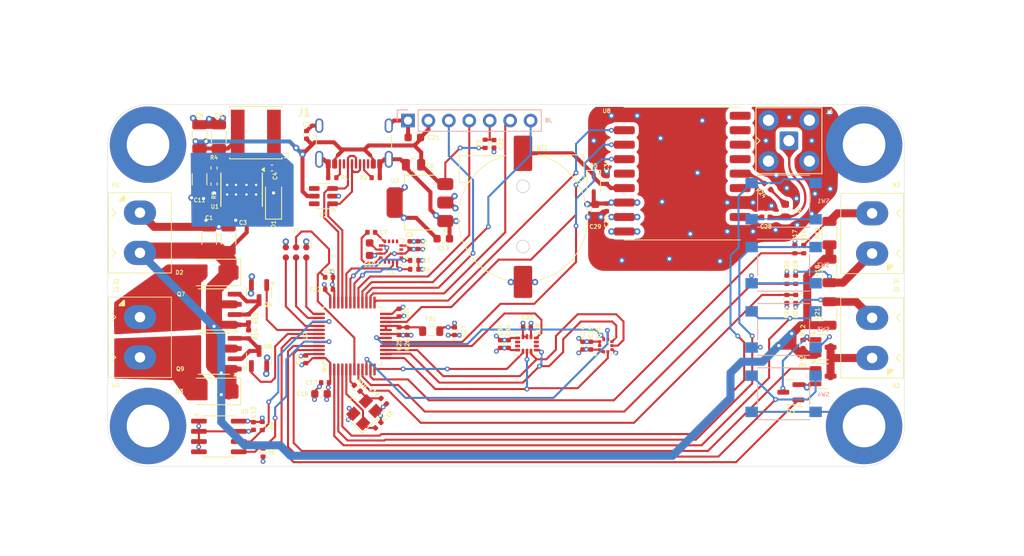
<source format=kicad_pcb>
(kicad_pcb (version 20240108) (generator "pcbnew") (generator_version "8.0")
  (layers (0 "F.Cu" signal) (1 "In1.Cu" signal) (2 "In2.Cu" signal) (31 "B.Cu" signal) (34 "B.Paste" user) (35 "F.Paste" user) (36 "B.SilkS" user "B.Silkscreen") (37 "F.SilkS" user "F.Silkscreen") (38 "B.Mask" user) (39 "F.Mask" user) (44 "Edge.Cuts" user))
  (net 0 "")
  (net 1 "GND")
  (net 2 "+3V3")
  (net 3 "/SETC")
  (net 4 "/SETP")
  (net 5 "+5V")
  (net 6 "Net-(U4-C1)")
  (net 7 "+3V3A")
  (net 8 "Net-(D1-K)")
  (net 9 "/BT")
  (net 10 "/RST")
  (net 11 "+12V")
  (net 12 "/XTALO")
  (net 13 "/XTALR")
  (net 14 "/OUT1")
  (net 15 "/OUT2")
  (net 18 "/DC")
  (net 19 "/MOSI")
  (net 20 "/SCK")
  (net 21 "/CSD")
  (net 22 "/RES")
  (net 23 "/SWCLK")
  (net 24 "/SWDIO")
  (net 25 "/SWO")
  (net 26 "Net-(J1-CC1)")
  (net 27 "Net-(J1-CC2)")
  (net 28 "/USB+")
  (net 29 "/SDI")
  (net 30 "/USB-")
  (net 31 "/SNS1")
  (net 32 "/SNS2")
  (net 33 "/SNS3")
  (net 34 "/REP")
  (net 35 "/SDK")
  (net 36 "Net-(Q3-D)")
  (net 37 "/REPH")
  (net 38 "/REPL")
  (net 39 "/Output1/PDRV")
  (net 40 "/DRV1")
  (net 41 "/Output2/PDRV")
  (net 42 "/DRV2")
  (net 43 "/SDAM")
  (net 44 "/SCLM")
  (net 45 "/VSNS")
  (net 46 "/XTALI")
  (net 47 "/CSG")
  (net 48 "/SDAE")
  (net 49 "/SCLE")
  (net 50 "/SIG1")
  (net 51 "/SIG2")
  (net 52 "/SIG3")
  (net 53 "/BTN1")
  (net 54 "/BTN2")
  (net 55 "/BTN3")
  (net 56 "/BTN4")
  (net 61 "/DRDYM")
  (net 63 "/DRDYP")
  (net 64 "/CSP")
  (net 65 "/MISO")
  (net 71 "/INTG1")
  (net 76 "/ANT")
  (net 77 "Net-(BT1-+)")
  (net 78 "Net-(U8-ANT)")
  (net 79 "Net-(L2-Pad1)")
  (net 80 "Net-(U8-VCC_RF)")
  (net 81 "/GTX")
  (net 82 "/GRX")
  (net 88 "/PPS")
  (footprint "Inductor_SMD:L_0805_2012Metric" (layer "F.Cu") (at 98.6 124.8)
    (property "Reference" "FB1")
    (property "Value" "100")
  )
  (footprint "Resistor_SMD:R_0402_1005Metric" (layer "F.Cu") (at 96.5 116 180)
    (property "Reference" "R7")
    (property "Value" "2k2")
  )
  (footprint "Capacitor_SMD:C_0402_1005Metric" (layer "F.Cu") (at 85.9 118.1)
    (property "Reference" "C36")
    (property "Value" "100n")
  )
  (footprint "MountingHole:MountingHole_5.3mm_M5_ISO7380_Pad" (layer "F.Cu") (at 63.4 136.6)
    (property "Reference" "H4")
    (property "Value" "MountingHole_Pad")
  )
  (footprint "MountingHole:MountingHole_5.3mm_M5_ISO7380_Pad" (layer "F.Cu") (at 152.4 136.6)
    (property "Reference" "H2")
    (property "Value" "MountingHole_Pad")
  )
  (footprint "Capacitor_SMD:C_0402_1005Metric" (layer "F.Cu") (at 96.948 114.1 90)
    (property "Reference" "C35")
    (property "Value" "2u2")
  )
  (footprint "User_Footprints:WJ126V-5.0-2P" (layer "F.Cu") (at 62.4 125.6 -90)
    (property "Reference" "J3")
    (property "Value" "Conn_01x02_Socket")
  )
  (footprint "Capacitor_SMD:C_0402_1005Metric" (layer "F.Cu") (at 108.199999 126.4 -90)
    (property "Reference" "C34")
    (property "Value" "100n")
  )
  (footprint "Resistor_SMD:R_0402_1005Metric" (layer "F.Cu") (at 75.9 123.2 90)
    (property "Reference" "R13")
    (property "Value" "4k7")
  )
  (footprint "Capacitor_SMD:C_0603_1608Metric" (layer "F.Cu") (at 90.948 114.6 -90)
    (property "Reference" "C10")
    (property "Value" "4u7")
  )
  (footprint "User_Footprints:WJ126V-5.0-2P" (layer "F.Cu") (at 153.4 125.6 90)
    (property "Reference" "J5")
    (property "Value" "Conn_01x02_Socket")
  )
  (footprint "Capacitor_SMD:C_0603_1608Metric" (layer "F.Cu") (at 84.9 132.6 180)
    (property "Reference" "C16")
    (property "Value" "10u")
  )
  (footprint "MountingHole:MountingHole_5.3mm_M5_ISO7380_Pad" (layer "F.Cu") (at 152.4 101.6)
    (property "Reference" "H3")
    (property "Value" "MountingHole_Pad")
  )
  (footprint "Capacitor_SMD:C_0402_1005Metric" (layer "F.Cu") (at 94.6 124.8 -90)
    (property "Reference" "C25")
    (property "Value" "10n")
  )
  (footprint "Resistor_SMD:R_1206_3216Metric" (layer "F.Cu") (at 148.1 117.3 -90)
    (property "Reference" "R18")
    (property "Value" "1k")
  )
  (footprint "Package_TO_SOT_SMD:SOT-23-6" (layer "F.Cu") (at 85.2 108 180)
    (property "Reference" "U2")
    (property "Value" "SRV05-4")
  )
  (footprint "Package_TO_SOT_SMD:SOT-23" (layer "F.Cu") (at 143.3 132.4 180)
    (property "Reference" "Q3")
    (property "Value" "AO3400A")
  )
  (footprint "Package_LGA:ST_HLGA-10_2x2mm_P0.5mm_LayoutBorder3x2y" (layer "F.Cu") (at 120.3 126.6 90)
    (property "Reference" "U6")
    (property "Value" "LPS22HH")
  )
  (footprint "Resistor_SMD:R_0402_1005Metric" (layer "F.Cu") (at 77.7 139.9 90)
    (property "Reference" "R8")
    (property "Value" "4k7")
  )
  (footprint "Resistor_SMD:R_0402_1005Metric" (layer "F.Cu") (at 91.7 105.7)
    (property "Reference" "R2")
    (property "Value" "5k1")
  )
  (footprint "Capacitor_SMD:C_0402_1005Metric" (layer "F.Cu") (at 117.4375 126.6 90)
    (property "Reference" "C14")
    (property "Value" "4u7")
  )
  (footprint "Inductor_SMD:L_0603_1608Metric" (layer "F.Cu") (at 142.6 109.8 -90)
    (property "Reference" "L2")
    (property "Value" "47n")
  )
  (footprint "Crystal:Crystal_SMD_3225-4Pin_3.2x2.5mm" (layer "F.Cu") (at 90.3 134.9 45)
    (property "Reference" "Y1")
    (property "Value" "16MHz")
  )
  (footprint "Capacitor_SMD:C_1206_3216Metric" (layer "F.Cu") (at 73.4 113.3 90)
    (property "Reference" "C3")
    (property "Value" "22u")
  )
  (footprint "Resistor_SMD:R_0402_1005Metric" (layer "F.Cu") (at 143.8 114.6 90)
    (property "Reference" "R17")
    (property "Value" "10k")
  )
  (footprint "Resistor_SMD:R_0402_1005Metric" (layer "F.Cu") (at 105.3 101.490001 90)
    (property "Reference" "R3")
    (property "Value" "33k")
  )
  (footprint "Capacitor_SMD:C_0402_1005Metric" (layer "F.Cu") (at 101.5 124.8 -90)
    (property "Reference" "C27")
    (property "Value" "1u")
  )
  (footprint "Capacitor_SMD:C_0402_1005Metric" (layer "F.Cu") (at 92.7 133.5 135)
    (property "Reference" "C19")
    (property "Value" "10p")
  )
  (footprint "Capacitor_SMD:C_0603_1608Metric" (layer "F.Cu") (at 100.1 113.3)
    (property "Reference" "C12")
    (property "Value" "22u")
  )
  (footprint "Capacitor_SMD:C_0402_1005Metric" (layer "F.Cu") (at 78.8 104.5)
    (property "Reference" "C4")
    (property "Value" "10n")
  )
  (footprint "MountingHole:MountingHole_5.3mm_M5_ISO7380_Pad" (layer "F.Cu") (at 63.4 101.6)
    (property "Reference" "H1")
    (property "Value" "MountingHole_Pad")
  )
  (footprint "Capacitor_SMD:C_0402_1005Metric" (layer "F.Cu") (at 85.9 119.6)
    (property "Reference" "C22")
    (property "Value" "100n")
  )
  (footprint "Diode_SMD:D_SOD-323" (layer "F.Cu") (at 118.8 106.4 -90)
    (property "Reference" "D5")
    (property "Value" "SD103AWS")
  )
  (footprint "Resistor_SMD:R_0402_1005Metric" (layer "F.Cu") (at 142.8 118.4 90)
    (property "Reference" "R20")
    (property "Value" "10k")
  )
  (footprint "Resistor_SMD:R_0402_1005Metric" (layer "F.Cu") (at 86.3 105.7 180)
    (property "Reference" "R1")
    (property "Value" "5k1")
  )
  (footprint "Inductor_SMD:L_Changjiang_FNR6020S" (layer "F.Cu") (at 76.8 100.1 180)
    (property "Reference" "L1")
    (property "Value" "15u")
  )
  (footprint "Package_SO:SO-8_3.9x4.9mm_P1.27mm" (layer "F.Cu") (at 71.6 127.6 180)
    (property "Reference" "Q9")
    (property "Value" "Q_Dual_PMOS_S1G1S2G2D2D2D1D1")
  )
  (footprint "Capacitor_SMD:C_1206_3216Metric" (layer "F.Cu") (at 69.8 100.6 90)
    (property "Reference" "C9")
    (property "Value" "47u")
  )
  (footprint "Package_LGA:LGA-16_3x3mm_P0.5mm" (layer "F.Cu") (at 93.6 114.9 180)
    (property "Reference" "U4")
    (property "Value" "QMC5883L")
  )
  (footprint "Diode_SMD:D_SMA" (layer "F.Cu") (at 71.4 117.5 180)
    (property "Reference" "D2")
    (property "Value" "SS54")
  )
  (footprint "Resistor_SMD:R_0402_1005Metric" (layer "F.Cu") (at 71.6 104.5 -90)
    (property "Reference" "R4")
    (property "Value" "10k")
  )
  (footprint "Capacitor_SMD:C_0402_1005Metric" (layer "F.Cu") (at 106.4 101.5 -90)
    (property "Reference" "C23")
    (property "Value" "100n")
  )
  (footprint "Resistor_SMD:R_0402_1005Metric" (layer "F.Cu") (at 143.9 118.4 -90)
    (property "Reference" "R19")
    (property "Value" "33k")
  )
  (footprint "Capacitor_SMD:C_1206_3216Metric" (layer "F.Cu") (at 71 113.3 90)
    (property "Reference" "C1")
    (property "Value" "22u")
  )
  (footprint "Package_TO_SOT_SMD:SOT-23" (layer "F.Cu") (at 77.2 128.2 90)
    (property "Reference" "Q8")
    (property "Value" "AO3400A")
  )
  (footprint "Capacitor_SMD:C_0402_1005Metric" (layer "F.Cu") (at 110.5 124.3 180)
    (property "Reference" "C33")
    (property "Value" "100n")
  )
  (footprint "Capacitor_SMD:C_0603_1608Metric" (layer "F.Cu") (at 96.5 100.7 180)
    (property "Reference" "C21")
    (property "Value" "10u")
  )
  (footprint "Capacitor_SMD:C_0402_1005Metric" (layer "F.Cu") (at 140.2 110.6)
    (property "Reference" "C28")
    (property "Value" "47p")
  )
  (footprint "User_Footprints:WJ126V-5.0-2P" (layer "F.Cu") (at 62.4 112.6 -90)
    (property "Reference" "J2")
    (property "Value" "Conn_01x02_Socket")
  )
  (footprint "User_Footprints:WJ126V-5.0-2P" (layer "F.Cu") (at 153.4 112.6 90)
    (property "Reference" "J4")
    (property "Value" "Conn_01x02_Socket")
  )
  (footprint "Capacitor_SMD:C_0402_1005Metric" (layer "F.Cu") (at 120.4 109.4 -90)
    (property "Reference" "C30")
    (property "Value" "100n")
  )
  (footprint "Resistor_SMD:R_0402_1005Metric" (layer "F.Cu") (at 142.8 120.8 -90)
    (property "Reference" "R23")
    (property "Value" "10k")
  )
  (footprint "Package_SO:TI_SO-PowerPAD-8_ThermalVias" (layer "F.Cu") (at 75.035 107.2 -90)
    (property "Reference" "U1")
    (property "Value" "TPS5430DDA")
  )
  (footprint "Capacitor_SMD:C_0402_1005Metric" (layer "F.Cu") (at 83 128.3 90)
    (property "Reference" "C24")
    (property "Value" "100n")
  )
  (footprint "Capacitor_SMD:C_0402_1005Metric" (layer "F.Cu") (at 76.5 136.6 -90)
    (property "Reference" "C13")
    (property "Value" "100n")
  )
  (footprint "Resistor_SMD:R_0402_1005Metric" (layer "F.Cu") (at 140.4 106.8 -45)
    (property "Reference" "R24")
    (property "Value" "22")
  )
  (footprint "Diode_SMD:D_SMA" (layer "F.Cu") (at 71.4 132.3 180)
    (property "Reference" "D3")
    (property "Value" "SS54")
  )
  (footprint "Capacitor_SMD:C_1206_3216Metric" (layer "F.Cu") (at 69.8 105.9 -90)
    (property "Reference" "C11")
    (property "Value" "47u")
  )
  (footprint "Capacitor_SMD:C_0402_1005Metric" (layer "F.Cu") (at 118.437501 126.6 90)
    (property "Reference" "C15")
    (property "Value" "100n")
  )
  (footprint "Resistor_SMD:R_0402_1005Metric" (layer "F.Cu") (at 71.6 106.5 -90)
    (property "Reference" "R5")
    (property "Value" "3k3")
  )
  (footprint "Capacitor_SMD:C_0402_1005Metric" (layer "F.Cu") (at 120.4 106 90)
    (property "Reference" "C31")
    (property "Value" "100n")
  )
  (footprint "Resistor_SMD:R_0402_1005Metric" (layer "F.Cu") (at 89.4 131.9 135)
    (property "Reference" "R10")
    (property "Value" "330")
  )
  (footprint "Package_SO:SOIC-8_3.9x4.9mm_P1.27mm" (layer "F.Cu") (at 72.2 137.9)
    (property "Reference" "U5")
    (property "Value" "AT24CS32-SSHM")
  )
  (footprint "Package_LGA:LGA-14_3x2.5mm_P0.5mm_LayoutBorder3x4y" (layer "F.Cu") (at 110.5 126.4 180)
    (property "Reference" "U9")
    (property "Value" "ICM-42688-P")
  )
  (footprint "User_Footprints:BWSMA-KWE-Z001" (layer "F.Cu") (at 143.06 101.1)
    (property "Reference" "J6")
    (property "Value" "Conn_Coaxial")
  )
  (footprint "Capacitor_SMD:C_0402_1005Metric" (layer "F.Cu") (at 95.6 124.8 -90)
    (property "Reference" "C26")
    (property "Value" "1u")
  )
  (footprint "Capacitor_SMD:C_0402_1005Metric" (layer "F.Cu") (at 83.1 100.38 90)
    (property "Reference" "C2")
    (property "Value" "1u")
  )
  (footprint "Resistor_SMD:R_0402_1005Metric" (layer "F.Cu") (at 96.5 117.1 180)
    (property "Reference" "R6")
    (property "Value" "2k2")
  )
  (footprint "User_Footprints:GPS02-UBX" (layer "F.Cu") (at 129.8 105.2 180)
    (property "Reference" "U8")
    (property "Value" "GPS02-UBX")
  )
  (footprint "Package_SO:SO-8_3.9x4.9mm_P1.27mm" (layer "F.Cu") (at 71.6 122.1 180)
    (property "Reference" "Q7")
    (property "Value" "Q_Dual_PMOS_S1G1S2G2D2D2D1D1")
  )
  (footprint "Package_TO_SOT_SMD:SOT-23" (layer "F.Cu") (at 77.2 120 -90)
    (property "Reference" "Q6")
    (property "Value" "AO3400A")
  )
  (footprint "Resistor_SMD:R_0402_1005Metric" (layer "F.Cu") (at 144.9 114.6 -90)
    (property "Reference" "R16")
    (property "Value" "33k")
  )
  (footprint "Package_TO_SOT_SMD:SOT-23" (layer "F.Cu") (at 147.3 126.8)
    (property "Reference" "Q4")
    (property "Value" "AO3401A")
  )
  (footprint "Capacitor_SMD:C_0402_1005Metric" (layer "F.Cu") (at 91.148 112.5 180)
    (property "Reference" "C7")
    (property "Value" "220n")
  )
  (footprint "Capacitor_SMD:C_0603_1608Metric" (layer "F.Cu") (at 119 109.8 -90)
    (property "Reference" "C29")
    (property "Value" "10u")
  )
  (footprint "Package_TO_SOT_SMD:SOT-223-3_TabPin2" (layer "F.Cu") (at 97.2 108.8 180)
    (property "Reference" "U3")
    (property "Value" "AMS1117-3.3")
  )
  (footprint "Resistor_SMD:R_1206_3216Metric" (layer "F.Cu") (at 148.1 112.6 90)
    (property "Reference" "R15")
    (property "Value" "1k")
  )
  (footprint "Resistor_SMD:R_0402_1005Metric" (layer "F.Cu") (at 75.9 125.2 -90)
    (property "Reference" "R14")
    (property "Value" "4k7")
  )
  (footprint "Capacitor_SMD:C_1206_3216Metric" (layer "F.Cu") (at 72.199999 100.6 90)
    (property "Reference" "C8")
    (property "Value" "47u")
  )
  (footprint "Capacitor_SMD:C_0402_1005Metric" (layer "F.Cu") (at 107.200001 126.4 -90)
    (property "Reference" "C32")
    (property "Value" "2u2")
  )
  (footprint "Resistor_SMD:R_1206_3216Metric" (layer "F.Cu") (at 148.1 122.6 90)
    (property "Reference" "R21")
    (property "Value" "1k")
  )
  (footprint "Capacitor_SMD:C_0402_1005Metric" (layer "F.Cu") (at 92 136.5 -135)
    (property "Reference" "C18")
    (property "Value" "10p")
  )
  (footprint "Capacitor_SMD:C_0402_1005Metric" (layer "F.Cu") (at 95.948 114.099999 90)
    (property "Reference" "C5")
    (property "Value" "100n")
  )
  (footprint "Resistor_SMD:R_0402_1005Metric" (layer "F.Cu") (at 77.6 136.6 -90)
    (property "Reference" "R9")
    (property "Value" "4k7")
  )
  (footprint "Package_QFP:LQFP-48_7x7mm_P0.5mm" (layer "F.Cu") (at 88.8 125.4 90)
    (property "Reference" "U7")
    (property "Value" "STM32G431CBTx")
  )
  (footprint "Connector_USB:USB_C_Receptacle_GCT_USB4105-xx-A_16P_TopMnt_Horizontal" (layer "F.Cu") (at 89 100.31 180)
    (property "Reference" "J1")
    (property "Value" "USB_C_Receptacle_USB2.0_16P")
  )
  (footprint "Resistor_SMD:R_0402_1005Metric" (layer "F.Cu") (at 143.9 120.8 90)
    (property "Reference" "R22")
    (property "Value" "33k")
  )
  (footprint "Capacitor_SMD:C_0402_1005Metric" (layer "F.Cu") (at 94.6 122.5 -90)
    (property "Reference" "C20")
    (property "Value" "100n")
  )
  (footprint "Connector:Tag-Connect_TC2030-IDC-NL_2x03_P1.27mm_Vertical" (layer "F.Cu") (at 81.8 115 180)
    (property "Reference" "J7")
    (property "Value" "Conn_ARM_SWD_TagConnect_TC2030-NL")
  )
  (footprint "Diode_SMD:D_SOD-123" (layer "F.Cu") (at 79.000001 108.5 90)
    (property "Reference" "D1")
    (property "Value" "B5819W")
  )
  (footprint "Capacitor_SMD:C_0402_1005Metric" (layer "F.Cu") (at 85.4 131.2 180)
    (property "Reference" "C17")
    (property "Value" "100n")
  )
  (footprint "Package_TO_SOT_SMD:SOT-23" (layer "F.Cu") (at 147.3 130.4)
    (property "Reference" "Q5")
    (property "Value" "AO3400A")
  )
  (footprint "Capacitor_SMD:C_0805_2012Metric" (layer "F.Cu") (at 96.4 104.1 180)
    (property "Reference" "C6")
    (property "Value" "22u")
  )
  (footprint "User_Footprints:CR1220" (layer "F.Cu") (at 110 110.8 180)
    (property "Reference" "BT1")
    (property "Value" "CR1220")
    (fp_circle (center 0 4.025999) (end 0.8 4.025999) (stroke (width 0.1)) (fill none) (layer "Edge.Cuts"))
    (fp_circle (center 0 -3.473999) (end 0.799999 -3.474) (stroke (width 0.1)) (fill none) (layer "Edge.Cuts"))
  )
  (footprint "Resistor_SMD:R_0402_1005Metric" (layer "F.Cu") (at 144.8 126.4 90)
    (property "Reference" "R12")
    (property "Value" "4k7")
  )
  (footprint "User_Footprints:SW_PUSH_6mm_H9.5mm" (layer "B.Cu") (at 142.4 116.56 180)
    (property "Reference" "SW2")
    (property "Value" "SW_Push")
  )
  (footprint "User_Footprints:SW_PUSH_6mm_H9.5mm" (layer "B.Cu") (at 142.4 108.6 180)
    (property "Reference" "SW1")
    (property "Value" "SW_Push")
  )
  (footprint "User_Footprints:SW_PUSH_6mm_H9.5mm" (layer "B.Cu") (at 142.4 132.56 180)
    (property "Reference" "SW4")
    (property "Value" "SW_Push")
  )
  (footprint "Connector_PinHeader_2.54mm:PinHeader_1x07_P2.54mm_Vertical" (layer "B.Cu") (at 95.71 98.6 -90)
    (property "Reference" "J8")
    (property "Value" "Conn_01x07_Pin")
  )
  (footprint "User_Footprints:SW_PUSH_6mm_H9.5mm" (layer "B.Cu") (at 142.4 124.56 180)
    (property "Reference" "SW3")
    (property "Value" "SW_Push")
  )
  (gr_arc (start 58.4 101.6) (mid 59.864466 98.064466) (end 63.4 96.6) (stroke (width 0.05)) (layer "Edge.Cuts"))
  (gr_line (start 63.4 96.6) (end 152.4 96.6) (stroke (width 0.05)) (layer "Edge.Cuts"))
  (gr_arc (start 157.4 136.6) (mid 155.935534 140.135534) (end 152.4 141.6) (stroke (width 0.05)) (layer "Edge.Cuts"))
  (gr_line (start 58.4 136.6) (end 58.4 101.6) (stroke (width 0.05)) (layer "Edge.Cuts"))
  (gr_line (start 152.4 141.6) (end 63.4 141.6) (stroke (width 0.05)) (layer "Edge.Cuts"))
  (gr_line (start 157.4 101.6) (end 157.4 136.6) (stroke (width 0.05)) (layer "Edge.Cuts"))
  (gr_arc (start 152.4 96.6) (mid 155.935534 98.064466) (end 157.4 101.6) (stroke (width 0.05)) (layer "Edge.Cuts"))
  (gr_arc (start 63.4 141.6) (mid 59.864466 140.135534) (end 58.4 136.6) (stroke (width 0.05)) (layer "Edge.Cuts"))
  (segment (start 76.315 137.265) (end 76.5 137.08) (width 0.254) (layer "F.Cu") (net 1))
  (segment (start 72.175001 111.824999) (end 71 111.824999) (width 0.5) (layer "F.Cu") (net 1))
  (segment (start 95.725 100.7) (end 95.725 98.615) (width 0.5) (layer "F.Cu") (net 1))
  (segment (start 78.15 129.1375) (end 78.15 130.05) (width 0.5) (layer "F.Cu") (net 1))
  (segment (start 74.3 111) (end 74.224999 111) (width 0.5) (layer "F.Cu") (net 1))
  (segment (start 110 118.674) (end 111.474 118.674) (width 0.5) (layer "F.Cu") (net 1))
  (segment (start 96.948 113.62) (end 95.948 113.62) (width 0.254) (layer "F.Cu") (net 1))
  (segment (start 93.083507 114.435507) (end 93.083507 114.870493) (width 0.254) (layer "F.Cu") (net 1))
  (segment (start 110 118.674) (end 108.526 118.674) (width 0.5) (layer "F.Cu") (net 1))
  (segment (start 83 127.82) (end 83.17 127.65) (width 0.254) (layer "F.Cu") (net 1))
  (segment (start 92.209999 105.7) (end 92.209999 103.999999) (width 0.5) (layer "F.Cu") (net 1))
  (segment (start 122.6 98) (end 124.2 98) (width 0.5) (layer "F.Cu") (net 1))
  (segment (start 107.12 126.88) (end 106.7 127.3) (width 0.254) (layer "F.Cu") (net 1))
  (segment (start 117.4375 126.12) (end 117.3575 126.12) (width 0.254) (layer "F.Cu") (net 1))
  (segment (start 84.125 133.275) (end 84.1 133.3) (width 0.254) (layer "F.Cu") (net 1))
  (segment (start 88.921142 135.178858) (end 88.3 135.8) (width 0.254) (layer "F.Cu") (net 1))
  (segment (start 91.571141 115.374911) (end 90.948089 115.374912) (width 0.254) (layer "F.Cu") (net 1))
  (segment (start 69.8 107.375001) (end 74.859999 107.375001) (width 1) (layer "F.Cu") (net 1))
  (segment (start 95.450001 104.450001) (end 98.5 107.5) (width 0.5) (layer "F.Cu") (net 1))
  (segment (start 70.165002 107.009999) (end 69.8 107.375001) (width 0.5) (layer "F.Cu") (net 1))
  (segment (start 137 108.8) (end 135.4 108.8) (width 0.5) (layer "F.Cu") (net 1))
  (segment (start 121.0625 127.099999) (end 121.1375 127.099999) (width 0.254) (layer "F.Cu") (net 1))
  (segment (start 84.92 131.48) (end 84.7 131.7) (width 0.254) (layer "F.Cu") (net 1))
  (segment (start 74.4 109.9) (end 74.4 110.824999) (width 0.5) (layer "F.Cu") (net 1))
  (segment (start 98.5 109.7) (end 99.2 110.4) (width 0.5) (layer "F.Cu") (net 1))
  (segment (start 108.526 118.674) (end 108.5 118.7) (width 0.5) (layer "F.Cu") (net 1))
  (segment (start 74.4 110.824999) (end 74.3 110.924999) (width 0.5) (layer "F.Cu") (net 1))
  (segment (start 69.725 139.175) (end 69.725 138.535) (width 0.254) (layer "F.Cu") (net 1))
  (segment (start 74.224999 111) (end 73.4 111.824999) (width 0.5) (layer "F.Cu") (net 1))
  (segment (start 93.083507 114.870493) (end 92.804 115.15) (width 0.254) (layer "F.Cu") (net 1))
  (segment (start 76.25 119.0625) (end 76.25 118.05) (width 0.5) (layer "F.Cu") (net 1))
  (segment (start 69.725 136.575) (end 69.725 135.995) (width 0.254) (layer "F.Cu") (net 1))
  (segment (start 95.12 125.28) (end 95.6 125.28) (width 0.254) (layer "F.Cu") (net 1))
  (segment (start 78.15 130.05) (end 78.1 130.1) (width 0.5) (layer "F.Cu") (net 1))
  (segment (start 93.955 98.6) (end 93.32 99.235) (width 0.5) (layer "F.Cu") (net 1))
  (segment (start 96.948 113.62) (end 97.528 113.62) (width 0.254) (layer "F.Cu") (net 1))
  (segment (start 95.450001 104.1) (end 95.450001 104.450001) (width 0.5) (layer "F.Cu") (net 1))
  (segment (start 110.000001 124.319999) (end 110.02 124.3) (width 0.254) (layer "F.Cu") (net 1))
  (segment (start 80.53 114.365) (end 80.527208 114.362208) (width 0.5) (layer "F.Cu") (net 1))
  (segment (start 91.678858 134.723223) (end 91.723223 134.723223) (width 0.254) (layer "F.Cu") (net 1))
  (segment (start 71 111.824999) (end 71 111.4) (width 0.5) (layer "F.Cu") (net 1))
  (segment (start 100.35 111.1) (end 101.7 111.1) (width 0.5) (layer "F.Cu") (net 1))
  (segment (start 73.865 137.265) (end 73.9 137.3) (width 0.254) (layer "F.Cu") (net 1))
  (segment (start 78.15 129.1375) (end 78.15 128.15) (width 0.5) (layer "F.Cu") (net 1))
  (segment (start 94.6 122.98) (end 95.12 122.98) (width 0.254) (layer "F.Cu") (net 1))
  (segment (start 91.678858 134.723223) (end 92.155599 134.723223) (width 0.254) (layer "F.Cu") (net 1))
  (segment (start 85.790001 103.999999) (end 85.8 103.99) (width 0.5) (layer "F.Cu") (net 1))
  (segment (start 121.1375 127.099999) (end 121.537501 127.5) (width 0.254) (layer "F.Cu") (net 1))
  (segment (start 86.3375 108) (end 87.1 108) (width 0.254) (layer "F.Cu") (net 1))
  (segment (start 85.790001 105.7) (end 85.790001 103.999999) (width 0.5) (layer "F.Cu") (net 1))
  (segment (start 100.875 113.3) (end 100.875 111.625) (width 0.5) (layer "F.Cu") (net 1))
  (segment (start 69.624999 107.375001) (end 68.8 108.2) (width 0.5) (layer "F.Cu") (net 1))
  (segment (start 117.3575 126.12) (end 116.9375 125.699999) (width 0.254) (layer "F.Cu") (net 1))
  (segment (start 95.08 125.28) (end 95.1 125.3) (width 0.254) (layer "F.Cu") (net 1))
  (segment (start 69.8 107.8) (end 70.3 108.3) (width 0.5) (layer "F.Cu") (net 1))
  (segment (start 95.450001 104.1) (end 94.765001 103.415) (width 0.5) (layer "F.Cu") (net 1))
  (segment (start 146.2625 131.45) (end 146.3625 131.35) (width 0.254) (layer "F.Cu") (net 1))
  (segment (start 73.235 107.8) (end 72.390001 107.8) (width 0.5) (layer "F.Cu") (net 1))
  (segment (start 92.339411 136.160589) (end 92.339411 135.339411) (width 0.254) (layer "F.Cu") (net 1))
  (segment (start 107.68 126.88) (end 107.7 126.899999) (width 0.254) (layer "F.Cu") (net 1))
  (segment (start 99.9 111.1) (end 100.35 111.1) (width 0.5) (layer "F.Cu") (net 1))
  (segment (start 92.625271 134.253551) (end 92.625271 134.228164) (width 0.254) (layer "F.Cu") (net 1))
  (segment (start 92.209999 103.999999) (end 92.2 103.99) (width 0.5) (layer "F.Cu") (net 1))
  (segment (start 69.725 139.225) (end 69.725 139.805) (width 0.254) (layer "F.Cu") (net 1))
  (segment (start 74.4 109.9) (end 74.4 107.865) (width 0.5) (layer "F.Cu") (net 1))
  (segment (start 91.723223 134.723223) (end 92.3 135.3) (width 0.254) (layer "F.Cu") (net 1))
  (segment (start 83.1 99.9) (end 83.765 99.235) (width 0.5) (layer "F.Cu") (net 1))
  (segment (start 83.17 127.65) (end 84.6375 127.65) (width 0.254) (layer "F.Cu") (net 1))
  (segment (start 96.08 125.28) (end 96.1 125.3) (width 0.254) (layer "F.Cu") (net 1))
  (segment (start 102.08 125.28) (end 102.1 125.3) (width 0.254) (layer "F.Cu") (net 1))
  (segment (start 143.8 114.090001) (end 143.8 113.6) (width 0.254) (layer "F.Cu") (net 1))
  (segment (start 62.4 110.06) (end 64.164999 111.824999) (width 1) (layer "F.Cu") (net 1))
  (segment (start 88.921142 135.076777) (end 88.921142 135.178858) (width 0.254) (layer "F.Cu") (net 1))
  (segment (start 92.339411 135.339411) (end 92.3 135.3) (width 0.254) (layer "F.Cu") (net 1))
  (segment (start 69.7 139.2) (end 69.725 139.225) (width 0.254) (layer "F.Cu") (net 1))
  (segment (start 70.275001 99.124999) (end 71 98.4) (width 0.5) (layer "F.Cu") (net 1))
  (segment (start 86.55 119.77) (end 86.38 119.6) (width 0.254) (layer "F.Cu") (net 1))
  (segment (start 86.38 118.92) (end 86.3 119) (width 0.254) (layer "F.Cu") (net 1))
  (segment (start 137 112.4) (end 138.6 112.4) (width 0.5) (layer "F.Cu") (net 1))
  (segment (start 119.7 110.6) (end 119.705 110.575) (width 0.5) (layer "F.Cu") (net 1))
  (segment (start 69.8 99.124999) (end 70.275001 99.124999) (width 0.5) (layer "F.Cu") (net 1))
  (segment (start 73.935 137.265) (end 74.675 137.265) (width 0.254) (layer "F.Cu") (net 1))
  (segment (start 94.765001 103.415) (end 93.32 103.415) (width 0.5) (layer "F.Cu") (net 1))
  (segment (start 79.000001 107.599999) (end 79 107.6) (width 0.5) (layer "F.Cu") (net 1))
  (segment (start 84.125 132.275) (end 84.7 131.7) (width 0.254) (layer "F.Cu") (net 1))
  (segment (start 110.000001 125.4875) (end 110.000001 124.319999) (width 0.254) (layer "F.Cu") (net 1))
  (segment (start 76.2 120.1) (end 76.25 120.05) (width 0.5) (layer "F.Cu") (net 1))
  (segment (start 119.5375 126.6) (end 119.5375 126.100001) (width 0.254) (layer "F.Cu") (net 1))
  (segment (start 108.2 126.88) (end 108.47 127.15) (width 0.254) (layer "F.Cu") (net 1))
  (segment (start 100.72 125.28) (end 100.7 125.3) (width 0.254) (layer "F.Cu") (net 1))
  (segment (start 94.47 125.15) (end 94.6 125.28) (width 0.254) (layer "F.Cu") (net 1))
  (segment (start 93.083507 114.435507) (end 92.798 114.15) (width 0.254) (layer "F.Cu") (net 1))
  (segment (start 137 108.8) (end 138.6 108.8) (width 0.5) (layer "F.Cu") (net 1))
  (segment (start 86.38 118.1) (end 86.38 118.92) (width 0.254) (layer "F.Cu") (net 1))
  (segment (start 72.199999 99.124999) (end 72.199999 98.800001) (width 0.5) (layer "F.Cu") (net 1))
  (segment (start 72.199999 98.800001) (end 72.7 98.3) (width 0.5) (layer "F.Cu") (net 1))
  (segment (start 79.000001 106.85) (end 77.085 106.85) (width 1) (layer "F.Cu") (net 1))
  (segment (start 119 110.575) (end 119.7 110.6) (width 0.5) (layer "F.Cu") (net 1))
  (segment (start 97.528 113.62) (end 97.548 113.6) (width 0.254) (layer "F.Cu") (net 1))
  (segment (start 137 112.4) (end 135.4 112.4) (width 0.5) (layer "F.Cu") (net 1))
  (segment (start 72.224999 111.824999) (end 72.2 111.8) (width 0.5) (layer "F.Cu") (net 1))
  (segment (start 110.02 123.82) (end 110 123.8) (width 0.254) (layer "F.Cu") (net 1))
  (segment (start 75.9 137.265) (end 74.675 137.265) (width 0.254) (layer "F.Cu") (net 1))
  (segment (start 83.765 99.235) (end 84.68 99.235) (width 0.5) (layer "F.Cu") (net 1))
  (segment (start 99.2 110.4) (end 99.9 111.1) (width 0.5) (layer "F.Cu") (net 1))
  (segment (start 86.38 119.08) (end 86.3 119) (width 0.254) (layer "F.Cu") (net 1))
  (segment (start 122.6 98) (end 121 98) (width 0.5) (layer "F.Cu") (net 1))
  (segment (start 73.9 137.3) (end 73.935 137.265) (width 0.254) (layer "F.Cu") (net 1))
  (segment (start 108.47 127.15) (end 109.337499 127.15) (width 0.254) (layer "F.Cu") (net 1))
  (segment (start 90.948089 115.374912) (end 90.948001 115.375) (width 0.254) (layer "F.Cu") (net 1))
  (segment (start 88.921142 134.921142) (end 88.4 134.4) (width 0.254) (layer "F.Cu") (net 1))
  (segment (start 88.921142 135.076777) (end 88.921142 134.921142) (width 0.254) (layer "F.Cu") (net 1))
  (segment (start 69.8 99.1) (end 69 98.3) (width 0.5) (layer "F.Cu") (net 1))
  (segment (start 74.4 107.865) (end 74.335 107.8) (width 0.5) (layer "F.Cu") (net 1))
  (segment (start 95.1 125.3) (end 95.12 125.28) (width 0.254) (layer "F.Cu") (net 1))
  (segment (start 118.125 110.575) (end 118.1 110.6) (width 0.5) (layer "F.Cu") (net 1))
  (segment (start 72.2 111.8) (end 72.175001 111.824999) (width 0.5) (layer "F.Cu") (net 1))
  (segment (start 92.2 103.99) (end 92.775 103.415) (width 0.5) (layer "F.Cu") (net 1))
  (segment (start 92.155599 134.723223) (end 92.625271 134.253551) (width 0.254) (layer "F.Cu") (net 1))
  (segment (start 71 98.4) (end 71.475 98.4) (width 0.5) (layer "F.Cu") (net 1))
  (segment (start 86.55 121.2375) (end 86.55 119.77) (width 0.254) (layer "F.Cu") (net 1))
  (segment (start 84.125 132.6) (end 84.125 133.275) (width 0.254) (layer "F.Cu") (net 1))
  (segment (start 84.125 132.6) (end 84.125 132.275) (width 0.254) (layer "F.Cu") (net 1))
  (segment (start 117.9175 126.12) (end 117.4375 126.12) (width 0.254) (layer "F.Cu") (net 1))
  (segment (start 76.25 120.05) (end 76.25 119.0625) (width 0.5) (layer "F.Cu") (net 1))
  (segment (start 94.6 122.98) (end 94.43 123.15) (width 0.254) (layer "F.Cu") (net 1))
  (segment (start 85.225 103.415) (end 85.8 103.99) (width 0.5) (layer "F.Cu") (net 1))
  (segment (start 92.650658 134.228164) (end 93.039411 133.839411) (width 0.254) (layer "F.Cu") (net 1))
  (segment (start 64.164999 111.824999) (end 71 111.824999) (width 1) (layer "F.Cu") (net 1))
  (segment (start 117.9375 126.1) (end 117.9175 126.12) (width 0.254) (layer "F.Cu") (net 1))
  (segment (start 69.8 99.124999) (end 69.8 99.1) (width 0.5) (layer "F.Cu") (net 1))
  (segment (start 94.6 125.28) (end 95.08 125.28) (width 0.254) (layer "F.Cu") (net 1))
  (segment (start 71 111.4) (end 70.6 111) (width 0.5) (layer "F.Cu") (net 1))
  (segment (start 111.474 118.674) (end 111.5 118.7) (width 0.5) (layer "F.Cu") (net 1))
  (segment (start 95.6 125.28) (end 96.08 125.28) (width 0.254) (layer "F.Cu") (net 1))
  (segment (start 79.000001 106.85) (end 79.000001 107.599999) (width 0.5) (layer "F.Cu") (net 1))
  (segment (start 142.8 121.309999) (end 142.8 121.8) (width 0.254) (layer "F.Cu") (net 1))
  (segment (start 69.8 107.375001) (end 69.624999 107.375001) (width 0.5) (layer "F.Cu") (net 1))
  (segment (start 117.9575 126.12) (end 117.9375 126.1) (width 0.254) (layer "F.Cu") (net 1))
  (segment (start 107.2 126.88) (end 107.12 126.88) (width 0.254) (layer "F.Cu") (net 1))
  (segment (start 72.390001 107.8) (end 71.6 107.009999) (width 0.5) (layer "F.Cu") (net 1))
  (segment (start 92.798 114.15) (end 92.325 114.15) (width 0.254) (layer "F.Cu") (net 1))
  (segment (start 101.5 125.28) (end 102.08 125.28) (width 0.254) (layer "F.Cu") (net 1))
  (segment (start 118.4575 126.1) (end 118.4375 126.12) (width 0.254) (layer "F.Cu") (net 1))
  (segment (start 119.5375 126.100001) (end 118.4575 126.1) (width 0.254) (layer "F.Cu") (net 1))
  (segment (start 71.6 107.009999) (end 71.6 107.6) (width 0.254) (layer "F.Cu") (net 1))
  (segment (start 84.92 131.2) (end 84.92 131.48) (width 0.254) (layer "F.Cu") (net 1))
  (segment (start 69.8 107.375001) (end 69.8 107.8) (width 0.5) (layer "F.Cu") (net 1))
  (segment (start 73.4 111.824999) (end 72.224999 111.824999) (width 0.5) (layer "F.Cu") (net 1))
  (segment (start 101.5 125.28) (end 100.72 125.28) (width 0.254) (layer "F.Cu") (net 1))
  (segment (start 119 110.575) (end 118.125 110.575) (width 0.5) (layer "F.Cu") (net 1))
  (segment (start 69.7 136.6) (end 69.725 136.575) (width 0.254) (layer "F.Cu") (net 1))
  (segment (start 82.48 127.82) (end 82.4 127.9) (width 0.254) (layer "F.Cu") (net 1))
  (segment (start 71.475 98.4) (end 72.199999 99.124999) (width 0.5) (layer "F.Cu") (net 1))
  (segment (start 95.12 122.98) (end 95.2 122.9) (width 0.254) (layer "F.Cu") (net 1))
  (segment (start 92.325 115.15) (end 91.796052 115.15) (width 0.254) (layer "F.Cu") (net 1))
  (segment (start 118.4375 126.12) (end 117.9575 126.12) (width 0.254) (layer "F.Cu") (net 1))
  (segment (start 69.7 139.2) (end 69.725 139.175) (width 0.254) (layer "F.Cu") (net 1))
  (segment (start 86.38 119.6) (end 86.38 119.08) (width 0.254) (layer "F.Cu") (net 1))
  (segment (start 107.72 126.88) (end 108.2 126.88) (width 0.254) (layer "F.Cu") (net 1))
  (segment (start 92.775 103.415) (end 93.32 103.415) (width 0.5) (layer "F.Cu") (net 1))
  (segment (start 69.725 137.265) (end 73.865 137.265) (width 0.254) (layer "F.Cu") (net 1))
  (segment (start 83 127.82) (end 82.48 127.82) (width 0.254) (layer "F.Cu") (net 1))
  (segment (start 144.95 131.45) (end 145.3 131.8) (width 0.5) (layer "F.Cu") (net 1))
  (segment (start 86.38 118.1) (end 86.38 117.48) (width 0.254) (layer "F.Cu") (net 1))
  (segment (start 74.859999 107.375001) (end 75.035 107.2) (width 1) (layer "F.Cu") (net 1))
  (segment (start 91.796052 115.15) (end 91.571141 115.374911) (width 0.254) (layer "F.Cu") (net 1))
  (segment (start 75.9 137.265) (end 76.315 137.265) (width 0.254) (layer "F.Cu") (net 1))
  (segment (start 95.725 98.615) (end 95.71 98.6) (width 0.5) (layer "F.Cu") (net 1))
  (segment (start 144.2375 131.45) (end 144.95 131.45) (width 0.5) (layer "F.Cu") (net 1))
  (segment (start 92.9625 125.15) (end 94.47 125.15) (width 0.254) (layer "F.Cu") (net 1))
  (segment (start 92.625271 134.228164) (end 92.650658 134.228164) (width 0.254) (layer "F.Cu") (net 1))
  (segment (start 94.43 123.15) (end 92.9625 123.15) (width 0.254) (layer "F.Cu") (net 1))
  (segment (start 71.6 107.009999) (end 70.165002 107.009999) (width 0.5) (layer "F.Cu") (net 1))
  (segment (start 119.705 110.575) (end 120.4 109.88) (width 0.5) (layer "F.Cu") (net 1))
  (segment (start 120.4 105.52) (end 120.4 104.9) (width 0.5) (layer "F.Cu") (net 1))
  (segment (start 98.5 107.5) (end 98.5 109.7) (width 0.5) (layer "F.Cu") (net 1))
  (segment (start 74.3 110.924999) (end 74.3 111) (width 0.5) (layer "F.Cu") (net 1))
  (segment (start 145.75 131.35) (end 145.3 131.8) (width 0.5) (layer "F.Cu") (net 1))
  (segment (start 69.725 136.625) (end 69.725 137.265) (width 0.254) (layer "F.Cu") (net 1))
  (segment (start 77.085 106.85) (end 76.835 106.6) (width 1) (layer "F.Cu") (net 1))
  (segment (start 80.527208 114.362208) (end 80.527208 113.655101) (width 0.5) (layer "F.Cu") (net 1))
  (segment (start 100.875 111.625) (end 100.35 111.1) (width 0.5) (layer "F.Cu") (net 1))
  (segment (start 69.7 136.6) (end 69.725 136.625) (width 0.254) (layer "F.Cu") (net 1))
  (segment (start 92.804 115.15) (end 92.325 115.15) (width 0.254) (layer "F.Cu") (net 1))
  (segment (start 110.02 124.3) (end 110.02 123.82) (width 0.254) (layer "F.Cu") (net 1))
  (segment (start 69.8 99.124999) (end 72.199999 99.124999) (width 1) (layer "F.Cu") (net 1))
  (segment (start 146.3625 131.35) (end 145.75 131.35) (width 0.5) (layer "F.Cu") (net 1))
  (segment (start 78.15 128.15) (end 78.2 128.1) (width 0.5) (layer "F.Cu") (net 1))
  (segment (start 84.68 103.415) (end 85.225 103.415) (width 0.5) (layer "F.Cu") (net 1))
  (segment (start 95.71 98.6) (end 93.955 98.6) (width 0.5) (layer "F.Cu") (net 1))
  (segment (start 110.5 125.4875) (end 110.000001 125.4875) (width 0.254) (layer "F.Cu") (net 1))
  (segment (start 107.2 126.88) (end 107.68 126.88) (width 0.254) (layer "F.Cu") (net 1))
  (segment (start 69.725 138.535) (end 69.725 137.265) (width 0.254) (layer "F.Cu") (net 1))
  (segment (start 106.4 101.98) (end 106.4 102.5) (width 0.254) (layer "F.Cu") (net 1))
  (segment (start 142.8 117.890001) (end 142.8 117.4) (width 0.254) (layer "F.Cu") (net 1))
  (segment (start 107.7 126.899999) (end 107.72 126.88) (width 0.254) (layer "F.Cu") (net 1))
  (segment (start 76.25 118.05) (end 76.3 118) (width 0.5) (layer "F.Cu") (net 1))
  (via (at 107.7 126.899999) (size 0.6) (drill 0.3) (layers "F.Cu" "B.Cu") (net 1))
  (via (at 95.1 125.3) (size 0.6) (drill 0.3) (layers "F.Cu" "B.Cu") (net 1))
  (via (at 96.1 125.3) (size 0.6) (drill 0.3) (layers "F.Cu" "B.Cu") (net 1))
  (via (at 87.1 108) (size 0.6) (drill 0.3) (layers "F.Cu" "B.Cu") (net 1))
  (via (at 69 98.3) (size 0.8) (drill 0.4) (layers "F.Cu" "B.Cu") (net 1))
  (via (at 148.2 107.1) (size 0.8) (drill 0.4) (layers "F.Cu" "B.Cu") (net 1))
  (via (at 128.2 115.8) (size 0.8) (drill 0.4) (layers "F.Cu" "B.Cu") (net 1))
  (via (at 145.3 131.8) (size 0.8) (drill 0.4) (layers "F.Cu" "B.Cu") (net 1))
  (via (at 88.4 134.4) (size 0.6) (drill 0.3) (layers "F.Cu" "B.Cu") (net 1))
  (via (at 148.1 125.5) (size 0.6) (drill 0.3) (layers "F.Cu" "B.Cu") (net 1))
  (via (at 70.6 111) (size 0.8) (drill 0.4) (layers "F.Cu" "B.Cu") (net 1))
  (via (at 79 107.6) (size 0.8) (drill 0.4) (layers "F.Cu" "B.Cu") (net 1))
  (via (at 140.2 101.1) (size 0.8) (drill 0.4) (layers "F.Cu" "B.Cu") (net 1))
  (via (at 146.3 107.7) (size 0.8) (drill 0.4) (layers "F.Cu" "B.Cu") (net 1))
  (via (at 141.5 105.4) (size 0.8) (drill 0.4) (layers "F.Cu" "B.Cu") (net 1))
  (via (at 141.4 112.2) (size 0.8) (drill 0.4) (layers "F.Cu" "B.Cu") (net 1))
  (via (at 88.3 135.8) (size 0.6) (drill 0.3) (layers "F.Cu" "B.Cu") (net 1))
  (via (at 135.4 108.8) (size 0.8) (drill 0.4) (layers "F.Cu" "B.Cu") (net 1))
  (via (at 124.2 98) (size 0.8) (drill 0.4) (layers "F.Cu" "B.Cu") (net 1))
  (via (at 121.537501 127.5) (size 0.6) (drill 0.3) (layers "F.Cu" "B.Cu") (net 1))
  (via (at 143.1 98.2) (size 0.8) (drill 0.4) (layers "F.Cu" "B.Cu") (net 1))
  (via (at 72.2 111.8) (size 0.8) (drill 0.4) (layers "F.Cu" "B.Cu") (net 1))
  (via (at 121 98) (size 0.8) (drill 0.4) (layers "F.Cu" "B.Cu") (net 1))
  (via (at 148.1 97.6) (size 0.8) (drill 0.4) (layers "F.Cu" "B.Cu") (net 1))
  (via (at 106.7 127.3) (size 0.6) (drill 0.3) (layers "F.Cu" "B.Cu") (net 1))
  (via (at 86.3 117.4) (size 0.6) (drill 0.3) (layers "F.Cu" "B.Cu") (net 1))
  (via (at 108.5 118.7) (size 0.8) (drill 0.4) (layers "F.Cu" "B.Cu") (net 1))
  (via (at 138.4 117.9) (size 0.6) (drill 0.3) (layers "F.Cu" "B.Cu") (net 1))
  (via (at 106.4 102.5) (size 0.6) (drill 0.3) (layers "F.Cu" "B.Cu") (net 1))
  (via (at 70.3 108.3) (size 0.8) (drill 0.4) (layers "F.Cu" "B.Cu") (net 1))
  (via (at 69.7 136.6) (size 0.6) (drill 0.3) (layers "F.Cu" "B.Cu") (net 1))
  (via (at 68.8 108.2) (size 0.8) (drill 0.4) (layers "F.Cu" "B.Cu") (net 1))
  (via (at 140.9 109.2) (size 0.8) (drill 0.4) (layers "F.Cu" "B.Cu") (net 1))
  (via (at 84.1 133.3) (size 0.6) (drill 0.3) (layers "F.Cu" "B.Cu") (net 1))
  (via (at 120.4 104.9) (size 0.8) (drill 0.4) (layers "F.Cu" "B.Cu") (net 1))
  (via (at 84.7 131.7) (size 0.6) (drill 0.3) (layers "F.Cu" "B.Cu") (net 1))
  (via (at 76.3 118) (size 0.8) (drill 0.4) (layers "F.Cu" "B.Cu") (net 1))
  (via (at 127.3 108.7) (size 0.8) (drill 0.4) (layers "F.Cu" "B.Cu") (net 1))
  (via (at 96.446092 113.640362) (size 0.6) (drill 0.3) (layers "F.Cu" "B.Cu") (net 1))
  (via (at 102.1 125.3) (size 0.6) (drill 0.3) (layers "F.Cu" "B.Cu") (net 1))
  (via (at 130.8 112.7) (size 0.8) (drill 0.4) (layers "F.Cu" "B.Cu") (net 1))
  (via (at 78.1 130.1) (size 0.8) (drill 0.4) (layers "F.Cu" "B.Cu") (net 1))
  (via (at 111.5 118.7) (size 0.8) (drill 0.4) (layers "F.Cu" "B.Cu") (net 1))
  (via (at 95.2 122.9) (size 0.6) (drill 0.3) (layers "F.Cu" "B.Cu") (net 1))
  (via (at 69.7 139.2) (size 0.6) (drill 0.3) (layers "F.Cu" "B.Cu") (net 1))
  (via (at 75.9 137.265) (size 0.6) (drill 0.3) (layers "F.Cu" "B.Cu") (net 1))
  (via (at 118.1 110.6) (size 0.8) (drill 0.4) (layers "F.Cu" "B.Cu") (net 1))
  (via (at 134.5 116.1) (size 0.8) (drill 0.4) (layers "F.Cu" "B.Cu") (net 1))
  (via (at 72.7 98.3) (size 0.8) (drill 0.4) (layers "F.Cu" "B.Cu") (net 1))
  (via (at 144.1 111.6) (size 0.8) (drill 0.4) (layers "F.Cu" "B.Cu") (net 1))
  (via (at 131.7 105.1) (size 0.8) (drill 0.4) (layers "F.Cu" "B.Cu") (net 1))
  (via (at 97.548 113.6) (size 0.6) (drill 0.3) (layers "F.Cu" "B.Cu") (net 1))
  (via (at 118.8 101.1) (size 0.8) (drill 0.4) (layers "F.Cu" "B.Cu") (net 1))
  (via (at 122.3 116) (size 0.8) (drill 0.4) (layers "F.Cu" "B.Cu") (net 1))
  (via (at 100.7 125.3) (size 0.6) (drill 0.3) (layers "F.Cu" "B.Cu") (net 1))
  (via (at 74.3 111) (size 0.8) (drill 0.4) (layers "F.Cu" "B.Cu") (net 1))
  (via (at 143.8 113.6) (size 0.6) (drill 0.3) (layers "F.Cu" "B.Cu") (net 1))
  (via (at 116.9375 125.699999) (size 0.6) (drill 0.3) (layers "F.Cu" "B.Cu") (net 1))
  (via (at 145.9 110.2) (size 0.8) (drill 0.4) (layers "F.Cu" "B.Cu") (net 1))
  (via (at 142.8 121.8) (size 0.6) (drill 0.3) (layers "F.Cu" "B.Cu") (net 1))
  (via (at 138.6 108.8) (size 0.8) (drill 0.4) (layers "F.Cu" "B.Cu") (net 1))
  (via (at 91.571141 115.374911) (size 0.6) (drill 0.3) (layers "F.Cu" "B.Cu") (net 1))
  (via (at 132.3 98.6) (size 0.8) (drill 0.4) (layers "F.Cu" "B.Cu") (net 1))
  (via (at 93.083507 114.435507) (size 0.6) (drill 0.3) (layers "F.Cu" "B.Cu") (net 1))
  (via (at 110 123.8) (size 0.6) (drill 0.3) (layers "F.Cu" "B.Cu") (net 1))
  (via (at 99.2 110.4) (size 0.8) (drill 0.4) (layers "F.Cu" "B.Cu") (net 1))
  (via (at 71.6 107.6) (size 0.8) (drill 0.4) (layers "F.Cu" "B.Cu") (net 1))
  (via (at 139.5 126.8) (size 0.6) (drill 0.3) (layers "F.Cu" "B.Cu") (net 1))
  (via (at 135.4 112.4) (size 0.8) (drill 0.4) (layers "F.Cu" "B.Cu") (net 1))
  (via (at 101.7 111.1) (size 0.8) (drill 0.4) (layers "F.Cu" "B.Cu") (net 1))
  (via (at 82.4 127.9) (size 0.6) (drill 0.3) (layers "F.Cu" "B.Cu") (net 1))
  (via (at 144 108.3) (size 0.8) (drill 0.4) (layers "F.Cu" "B.Cu") (net 1))
  (via (at 80.527208 113.655101) (size 0.8) (drill 0.4) (layers "F.Cu" "B.Cu") (net 1))
  (via (at 142.8 107) (size 0.8) (drill 0.4) (layers "F.Cu" "B.Cu") (net 1))
  (via (at 71 98.4) (size 0.8) (drill 0.4) (layers "F.Cu" "B.Cu") (net 1))
  (via (at 76.2 120.1) (size 0.8) (drill 0.4) (layers "F.Cu" "B.Cu") (net 1))
  (via (at 117.9375 126.1) (size 0.6) (drill 0.3) (layers "F.Cu" "B.Cu") (net 1))
  (via (at 145.9 101.1) (size 0.8) (drill 0.4) (layers "F.Cu" "B.Cu") (net 1))
  (via (at 127.1 100.8) (size 0.8) (drill 0.4) (layers "F.Cu" "B.Cu") (net 1))
  (via (at 92.3 135.3) (size 0.6) (drill 0.3) (layers "F.Cu" "B.Cu") (net 1))
  (via (at 142.8 117.4) (size 0.6) (drill 0.3) (layers "F.Cu" "B.Cu") (net 1))
  (via (at 92.625271 134.228164) (size 0.6) (drill 0.3) (layers "F.Cu" "B.Cu") (net 1))
  (via (at 86.3 119) (size 0.6) (drill 0.3) (layers "F.Cu" "B.Cu") (net 1))
  (via (at 138.6 112.4) (size 0.8) (drill 0.4) (layers "F.Cu" "B.Cu") (net 1))
  (via (at 119.7 110.6) (size 0.8) (drill 0.4) (layers "F.Cu" "B.Cu") (net 1))
  (via (at 78.2 128.1) (size 0.8) (drill 0.4) (layers "F.Cu" "B.Cu") (net 1))
  (segment (start 139.462714 126.837286) (end 138.425 126.837286) (width 0.254) (layer "B.Cu") (net 1))
  (segment (start 138.425 134.837286) (end 146.375 134.837286) (width 0.254) (layer "B.Cu") (net 1))
  (segment (start 150.637286 134.837286) (end 152.4 136.6) (width 0.254) (layer "B.Cu") (net 1))
  (segment (start 138.4 118.812286) (end 138.425 118.837286) (width 0.254) (layer "B.Cu") (net 1))
  (segment (start 146.375 110.877286) (end 145.9 110.2) (width 0.254) (layer "B.Cu") (net 1))
  (segment (start 148.1 125.5) (end 146.762714 126.837286) (width 0.254) (layer "B.Cu") (net 1))
  (segment (start 139.537286 126.837286) (end 139.5 126.8) (width 0.254) (layer "B.Cu") (net 1))
  (segment (start 138.425 110.877286) (end 146.375 110.877286) (width 0.254) (layer "B.Cu") (net 1))
  (segment (start 146.375 134.837286) (end 150.637286 134.837286) (width 0.254) (layer "B.Cu") (net 1))
  (segment (start 139.5 126.8) (end 139.462714 126.837286) (width 0.254) (layer "B.Cu") (net 1))
  (segment (start 146.375 118.837286) (end 138.425 118.837286) (width 0.254) (layer "B.Cu") (net 1))
  (segment (start 138.4 117.9) (end 138.4 118.812286) (width 0.254) (layer "B.Cu") (net 1))
  (segment (start 146.762714 126.837286) (end 146.375 126.837286) (width 0.254) (layer "B.Cu") (net 1))
  (segment (start 94.050001 108.8) (end 94.050001 108.149999) (width 0.5) (layer "F.Cu") (net 2))
  (segment (start 118.8 108.825) (end 118.8 107.45) (width 0.5) (layer "F.Cu") (net 2))
  (segment (start 94.050001 108.8) (end 94.050001 109.550001) (width 0.5) (layer "F.Cu") (net 2))
  (segment (start 85.42 119.12) (end 85.3 119) (width 0.254) (layer "F.Cu") (net 2))
  (segment (start 110.999999 125.4875) (end 110.999999 124.319999) (width 0.254) (layer "F.Cu") (net 2))
  (segment (start 100.68 124.32) (end 100.7 124.3) (width 0.254) (layer "F.Cu") (net 2))
  (segment (start 120.4 108.92) (end 120.88 108.92) (width 0.5) (layer "F.Cu") (net 2))
  (segment (start 93.75 122.65) (end 94.38 122.02) (width 0.254) (layer "F.Cu") (net 2))
  (segment (start 96.948 114.58) (end 97.528 114.58) (width 0.254) (layer "F.Cu") (net 2))
  (segment (start 86.05 121.2375) (end 86.05 120.39) (width 0.254) (layer "F.Cu") (net 2))
  (segment (start 117.4375 127.08) (end 117.3575 127.08) (width 0.254) (layer "F.Cu") (net 2))
  (segment (start 83.85 128.15) (end 84.6375 128.15) (width 0.254) (layer "F.Cu") (net 2))
  (segment (start 122.6 112.4) (end 124.2 112.4) (width 0.5) (layer "F.Cu") (net 2))
  (segment (start 77.6 135.6) (end 77.6 136.090001) (width 0.254) (layer "F.Cu") (net 2))
  (segment (start 119.105 108.92) (end 119 109.025) (width 0.5) (layer "F.Cu") (net 2))
  (segment (start 119 109.025) (end 118.8 108.825) (width 0.5) (layer "F.Cu") (net 2))
  (segment (start 119.800001 127.3625) (end 120.05 127.3625) (width 0.254) (layer "F.Cu") (net 2))
  (segment (start 110.999999 124.319999) (end 110.98 124.3) (width 0.254) (layer "F.Cu") (net 2))
  (segment (start 94.88 122.02) (end 95.1 121.8) (width 0.254) (layer "F.Cu") (net 2))
  (segment (start 83.07 114.365) (end 83.072792 114.362208) (width 0.5) (layer "F.Cu") (net 2))
  (segment (start 97.009999 116) (end 97.009999 117.1) (width 0.254) (layer "F.Cu") (net 2))
  (segment (start 122.6 110.6) (end 121 110.6) (width 0.5) (layer "F.Cu") (net 2))
  (segment (start 110.98 123.82) (end 111 123.8) (width 0.254) (layer "F.Cu") (net 2))
  (segment (start 83.22 128.78) (end 83.85 128.15) (width 0.254) (layer "F.Cu") (net 2))
  (segment (start 95.948 114.580001) (end 96.948 114.58) (width 0.254) (layer "F.Cu") (net 2))
  (segment (start 108.47 125.65) (end 109.337499 125.65) (width 0.254) (layer "F.Cu") (net 2))
  (segment (start 77.6 136.090001) (end 76.529999 136.090001) (width 0.254) (layer "F.Cu") (net 2))
  (segment (start 106.7 125.4) (end 107.2 125.9) (width 0.254) (layer "F.Cu") (net 2))
  (segment (start 97.528 114.58) (end 97.548 114.6) (width 0.254) (layer "F.Cu") (net 2))
  (segment (start 120.88 108.92) (end 121 108.8) (width 0.5) (layer "F.Cu") (net 2))
  (segment (start 96.725 110.7) (end 95.2 110.7) (width 0.5) (layer "F.Cu") (net 2))
  (segment (start 100.72 124.32) (end 101.5 124.32) (width 0.254) (layer "F.Cu") (net 2))
  (segment (start 76.529999 136.090001) (end 76.5 136.12) (width 0.254) (layer "F.Cu") (net 2))
  (segment (start 97.009999 116) (end 97.5 116) (width 0.254) (layer "F.Cu") (net 2))
  (segment (start 95.948 114.580001) (end 95.518 114.15) (width 0.254) (layer "F.Cu") (net 2))
  (segment (start 118.4575 127.1) (end 118.4375 127.08) (width 0.254) (layer "F.Cu") (net 2))
  (segment (start 85.675 133.225) (end 85.6 133.3) (width 0.254) (layer "F.Cu") (net 2))
  (segment (start 117.862031 127.08) (end 117.4375 127.08) (width 0.254) (layer "F.Cu") (net 2))
  (segment (start 85.88 131.2) (end 86.05 131.03) (width 0.254) (layer "F.Cu") (net 2))
  (segment (start 94.050001 109.550001) (end 95.2 110.7) (width 0.5) (layer "F.Cu") (net 2))
  (segment (start 95.948 114.580001) (end 95.378 115.15) (width 0.254) (layer "F.Cu") (net 2))
  (segment (start 117.886883 127.055148) (end 117.862031 127.08) (width 0.254) (layer "F.Cu") (net 2))
  (segment (start 100.349999 108.8) (end 100.7 108.8) (width 0.5) (layer "F.Cu") (net 2))
  (segment (start 86.05 120.39) (end 85.42 119.76) (width 0.254) (layer "F.Cu") (net 2))
  (segment (start 85.8 132.475) (end 85.8 131.8) (width 0.254) (layer "F.Cu") (net 2))
  (segment (start 122.6 108.8) (end 124.2 108.8) (width 0.5) (layer "F.Cu") (net 2))
  (segment (start 117.911735 127.08) (end 117.886883 127.055148) (width 0.254) (layer "F.Cu") (net 2))
  (segment (start 122.6 108.8) (end 121 108.8) (width 0.5) (layer "F.Cu") (net 2))
  (segment (start 94.050001 108.149999) (end 95.3 106.9) (width 0.5) (layer "F.Cu") (net 2))
  (segment (start 92.9625 122.65) (end 93.75 122.65) (width 0.254) (layer "F.Cu") (net 2))
  (segment (start 95.518 114.15) (end 94.875 114.15) (width 0.254) (layer "F.Cu") (net 2))
  (segment (start 82.72 128.78) (end 82.5 129) (width 0.254) (layer "F.Cu") (net 2))
  (segment (start 122.6 110.6) (end 124.2 110.6) (width 0.5) (layer "F.Cu") (net 2))
  (segment (start 83 128.78) (end 82.72 128.78) (width 0.254) (layer "F.Cu") (net 2))
  (segment (start 95.378 115.15) (end 94.875 115.15) (width 0.254) (layer "F.Cu") (net 2))
  (segment (start 100.7 108.8) (end 101.5 108) (width 0.5) (layer "F.Cu") (net 2))
  (segment (start 119.5375 127.099999) (end 119.800001 127.3625) (width 0.254) (layer "F.Cu") (net 2))
  (segment (start 107.7 125.900001) (end 107.68 125.92) (width 0.254) (layer "F.Cu") (net 2))
  (segment (start 76.375 135.995) (end 76.5 136.12) (width 0.254) (layer "F.Cu") (net 2))
  (segment (start 97.009999 117.1) (end 97.5 117.1) (width 0.254) (layer "F.Cu") (net 2))
  (segment (start 120.4 108.92) (end 119.105 108.92) (width 0.5) (layer "F.Cu") (net 2))
  (segment (start 85.88 131.72) (end 85.8 131.8) (width 0.254) (layer "F.Cu") (net 2))
  (segment (start 118.4375 127.08) (end 117.911735 127.08) (width 0.254) (layer "F.Cu") (net 2))
  (segment (start 94.6 122.02) (end 94.88 122.02) (width 0.254) (layer "F.Cu") (net 2))
  (segment (start 94.875 115.15) (end 94.021778 115.15) (width 0.254) (layer "F.Cu") (net 2))
  (segment (start 107.2 125.9) (end 107.2 125.92) (width 0.254) (layer "F.Cu") (net 2))
  (segment (start 107.68 125.92) (end 107.2 125.92) (width 0.254) (layer "F.Cu") (net 2))
  (segment (start 122.6 112.4) (end 121 112.4) (width 0.5) (layer "F.Cu") (net 2))
  (segment (start 86.05 131.03) (end 86.05 129.5625) (width 0.254) (layer "F.Cu") (net 2))
  (segment (start 99.6625 124.8) (end 100.1425 124.32) (width 0.254) (layer "F.Cu") (net 2))
  (segment (start 94.018684 115.153094) (end 94.01559 115.15) (width 0.254) (layer "F.Cu") (net 2))
  (segment (start 85.42 119.6) (end 85.42 119.12) (width 0.254) (layer "F.Cu") (net 2))
  (segment (start 107.72 125.92) (end 107.7 125.900001) (width 0.254) (layer "F.Cu") (net 2))
  (segment (start 75.8 135.995) (end 74.675 135.995) (width 0.254) (layer "F.Cu") (net 2))
  (segment (start 100.349999 108.8) (end 100.9 108.8) (width 0.5) (layer "F.Cu") (net 2))
  (segment (start 86.05 129.5625) (end 86.05 128.75) (width 0.254) (layer "F.Cu") (net 2))
  (segment (start 119.5375 127.099999) (end 118.4575 127.1) (width 0.254) (layer "F.Cu") (net 2))
  (segment (start 119 109.025) (end 118.025 109.025) (width 0.5) (layer "F.Cu") (net 2))
  (segment (start 85.88 131.2) (end 85.88 131.72) (width 0.254) (layer "F.Cu") (net 2))
  (segment (start 92.85 115.86865) (end 92.85 116.175) (width 0.254) (layer "F.Cu") (net 2))
  (segment (start 108.2 125.92) (end 107.72 125.92) (width 0.254) (layer "F.Cu") (net 2))
  (segment (start 99.325 113.3) (end 96.725 110.7) (width 0.5) (layer "F.Cu") (net 2))
  (segment (start 85.675 132.6) (end 85.8 132.475) (width 0.254) (layer "F.Cu") (net 2))
  (segment (start 83.072792 114.362208) (end 83.072792 113.655101) (width 0.5) (layer "F.Cu") (net 2))
  (segment (start 94.021778 115.15) (end 94.018684 115.153094) (width 0.254) (layer "F.Cu") (net 2))
  (segment (start 85.45 128.15) (end 84.6375 128.15) (width 0.254) (layer "F.Cu") (net 2))
  (segment (start 83 128.78) (end 83.22 128.78) (width 0.254) (layer "F.Cu") (net 2))
  (segment (start 110.98 124.3) (end 110.98 123.82) (width 0.254) (layer "F.Cu") (net 2))
  (segment (start 100.9 108.8) (end 101.6 109.5) (width 0.5) (layer "F.Cu") (net 2))
  (segment (start 75.8 135.995) (end 76.375 135.995) (width 0.254) (layer "F.Cu") (net 2))
  (segment (start 117.3575 127.08) (end 116.9375 127.500001) (width 0.254) (layer "F.Cu") (net 2))
  (segment (start 94.38 122.02) (end 94.6 122.02) (width 0.254) (layer "F.Cu") (net 2))
  (segment (start 93.56865 115.15) (end 92.85 115.86865) (width 0.254) (layer "F.Cu") (net 2))
  (segment (start 94.01559 115.15) (end 93.56865 115.15) (width 0.254) (layer "F.Cu") (net 2))
  (segment (start 100.7 124.3) (end 100.72 124.32) (width 0.254) (layer "F.Cu") (net 2))
  (segment (start 101.5 124.32) (end 101.5 123.8) (width 0.254) (layer "F.Cu") (net 2))
  (segment (start 85.42 119.76) (end 85.42 119.6) (width 0.254) (layer "F.Cu") (net 2))
  (segment (start 108.2 125.92) (end 108.47 125.65) (width 0.254) (layer "F.Cu") (net 2))
  (segment (start 85.675 132.6) (end 85.675 133.225) (width 0.254) (layer "F.Cu") (net 2))
  (segment (start 86.05 128.75) (end 85.45 128.15) (width 0.254) (layer "F.Cu") (net 2))
  (segment (start 118.025 109.025) (end 118 109) (width 0.5) (layer "F.Cu") (net 2))
  (segment (start 100.1425 124.32) (end 100.68 124.32) (width 0.254) (layer "F.Cu") (net 2))
  (segment (start 77.7 141) (end 77.7 140.409999) (width 0.254) (layer "F.Cu") (net 2))
  (via (at 118 109) (size 0.8) (drill 0.4) (layers "F.Cu" "B.Cu") (net 2))
  (via (at 121 110.6) (size 0.8) (drill 0.4) (layers "F.Cu" "B.Cu") (net 2))
  (via (at 124.2 110.6) (size 0.8) (drill 0.4) (layers "F.Cu" "B.Cu") (net 2))
  (via (at 116.9375 127.500001) (size 0.6) (drill 0.3) (layers "F.Cu" "B.Cu") (net 2))
  (via (at 85.6 133.3) (size 0.6) (drill 0.3) (layers "F.Cu" "B.Cu") (net 2))
  (via (at 95.3 106.9) (size 0.8) (drill 0.4) (layers "F.Cu" "B.Cu") (net 2))
  (via (at 95.1 121.8) (size 0.6) (drill 0.3) (layers "F.Cu" "B.Cu") (net 2))
  (via (at 124.2 112.4) (size 0.8) (drill 0.4) (layers "F.Cu" "B.Cu") (net 2))
  (via (at 77.7 141) (size 0.6) (drill 0.3) (layers "F.Cu" "B.Cu") (net 2))
  (via (at 97.548 114.6) (size 0.6) (drill 0.3) (layers "F.Cu" "B.Cu") (net 2))
  (via (at 101.6 109.5) (size 0.8) (drill 0.4) (layers "F.Cu" "B.Cu") (net 2))
  (via (at 83.072792 113.655101) (size 0.8) (drill 0.4) (layers "F.Cu" "B.Cu") (net 2))
  (via (at 111 123.8) (size 0.6) (drill 0.3) (layers "F.Cu" "B.Cu") (net 2))
  (via (at 95.2 110.7) (size 0.8) (drill 0.4) (layers "F.Cu" "B.Cu") (net 2))
  (via (at 117.886883 127.055148) (size 0.6) (drill 0.3) (layers "F.Cu" "B.Cu") (net 2))
  (via (at 121 108.8) (size 0.8) (drill 0.4) (layers "F.Cu" "B.Cu") (net 2))
  (via (at 82.5 129) (size 0.6) (drill 0.3) (layers "F.Cu" "B.Cu") (net 2))
  (via (at 97.5 116) (size 0.6) (drill 0.3) (layers "F.Cu" "B.Cu") (net 2))
  (via (at 96.428502 114.607807) (size 0.6) (drill 0.3) (layers "F.Cu" "B.Cu") (net 2))
  (via (at 107.7 125.900001) (size 0.6) (drill 0.3) (layers "F.Cu" "B.Cu") (net 2))
  (via (at 100.7 124.3) (size 0.6) (drill 0.3) (layers "F.Cu" "B.Cu") (net 2))
  (via (at 106.7 125.4) (size 0.6) (drill 0.3) (layers "F.Cu" "B.Cu") (net 2))
  (via (at 85.8 131.8) (size 0.6) (drill 0.3) (layers "F.Cu" "B.Cu") (net 2))
  (via (at 101.5 108) (size 0.8) (drill 0.4) (layers "F.Cu" "B.Cu") (net 2))
  (via (at 101.5 123.8) (size 0.6) (drill 0.3) (layers "F.Cu" "B.Cu") (net 2))
  (via (at 124.2 108.8) (size 0.8) (drill 0.4) (layers "F.Cu" "B.Cu") (net 2))
  (via (at 85.3 119) (size 0.6) (drill 0.3) (layers "F.Cu" "B.Cu") (net 2))
  (via (at 77.6 135.6) (size 0.6) (drill 0.3) (layers "F.Cu" "B.Cu") (net 2))
  (via (at 121 112.4) (size 0.8) (drill 0.4) (layers "F.Cu" "B.Cu") (net 2))
  (via (at 75.8 135.995) (size 0.6) (drill 0.3) (layers "F.Cu" "B.Cu") (net 2))
  (via (at 97.5 117.1) (size 0.6) (drill 0.3) (layers "F.Cu" "B.Cu") (net 2))
  (via (at 94.018684 115.153094) (size 0.6) (drill 0.3) (layers "F.Cu" "B.Cu") (net 2))
  (segment (start 89.948 115.9) (end 90.348 116.3) (width 0.254) (layer "F.Cu") (net 3))
  (segment (start 90.348 116.3) (end 91.675 116.3) (width 0.254) (layer "F.Cu") (net 3))
  (segment (start 90.668 112.5) (end 89.948 113.22) (width 0.254) (layer "F.Cu") (net 3))
  (segment (start 89.948 113.22) (end 89.948 115.9) (width 0.254) (layer "F.Cu") (net 3))
  (segment (start 91.675 116.3) (end 92.325 115.65) (width 0.254) (layer "F.Cu") (net 3))
  (segment (start 92.753 113.625) (end 91.628 112.5) (width 0.254) (layer "F.Cu") (net 4))
  (segment (start 92.85 113.625) (end 92.753 113.625) (width 0.254) (layer "F.Cu") (net 4))
  (segment (start 91.184 103.084) (end 91.184 103.207435) (width 0.254) (layer "F.Cu") (net 5))
  (segment (start 82.25 102.45) (end 82.95 102.45) (width 0.5) (layer "F.Cu") (net 5))
  (segment (start 91.184 103.084) (end 91 102.9) (width 0.254) (layer "F.Cu") (net 5))
  (segment (start 82.6 103.7) (end 82.6 107.4) (width 0.5) (layer "F.Cu") (net 5))
  (segment (start 105.3 102) (end 104.5 102) (width 0.254) (layer "F.Cu") (net 5))
  (segment (start 69.8 101.7) (end 69.3 101.2) (width 0.5) (layer "F.Cu") (net 5))
  (segment (start 84.1 101.3) (end 83.8 101.6) (width 0.5) (layer "F.Cu") (net 5))
  (segment (start 86.816 103.207435) (end 86.816 103.084) (width 0.254) (layer "F.Cu") (net 5))
  (segment (start 83.1 100.9) (end 83.8 101.6) (width 0.5) (layer "F.Cu") (net 5))
  (segment (start 87.7 102.2) (end 90.3 102.2) (width 0.5) (layer "F.Cu") (net 5))
  (segment (start 86.816 103.084) (end 87 102.9) (width 0.254) (layer "F.Cu") (net 5))
  (segment (start 69.8 102.075001) (end 69.8 101.7) (width 0.5) (layer "F.Cu") (net 5))
  (segment (start 97.275 100.925) (end 97.275 100.7) (width 0.5) (layer "F.Cu") (net 5))
  (segment (start 71.6 103.990001) (end 70.909999 103.3) (width 0.254) (layer "F.Cu") (net 5))
  (segment (start 83.8 101.6) (end 83.4 102) (width 0.5) (layer "F.Cu") (net 5))
  (segment (start 87.7 102.2) (end 87.4 102.2) (width 0.5) (layer "F.Cu") (net 5))
  (segment (start 100.35 103.85) (end 102.2 102) (width 0.254) (layer "F.Cu") (net 5))
  (segment (start 81.8 102) (end 82.25 102.45) (width 0.5) (layer "F.Cu") (net 5))
  (segment (start 97.349999 102.549999) (end 96.5 101.7) (width 0.5) (layer "F.Cu") (net 5))
  (segment (start 69.8 102.075001) (end 69.8 102) (width 0.5) (layer "F.Cu") (net 5))
  (segment (start 97.349999 104.1) (end 97.349999 102.549999) (width 0.5) (layer "F.Cu") (net 5))
  (segment (start 74.55 100.85) (end 73.324999 102.075001) (width 0.5) (layer "F.Cu") (net 5))
  (segment (start 82.6 107.4) (end 83.2 108) (width 0.5) (layer "F.Cu") (net 5))
  (segment (start 96.5 101.7) (end 97.275 100.925) (width 0.5) (layer "F.Cu") (net 5))
  (segment (start 83.1 100.86) (end 83.1 100.9) (width 0.5) (layer "F.Cu") (net 5))
  (segment (start 82.6 102.8) (end 82.6 103.7) (width 0.5) (layer "F.Cu") (net 5))
  (segment (start 82.95 102.45) (end 83.4 102) (width 0.5) (layer "F.Cu") (net 5))
  (segment (start 97.275 100.7) (end 98.25 99.725) (width 0.5) (layer "F.Cu") (net 5))
  (segment (start 69.8 102) (end 70.6 101.2) (width 0.5) (layer "F.Cu") (net 5))
  (segment (start 70.909999 103.3) (end 69.8 103.3) (width 0.254) (layer "F.Cu") (net 5))
  (segment (start 91.4 103.423435) (end 91.4 103.99) (width 0.254) (layer "F.Cu") (net 5))
  (segment (start 100.35 106.5) (end 99.749999 106.5) (width 0.5) (layer "F.Cu") (net 5))
  (segment (start 83.4 102) (end 82.6 102.8) (width 0.5) (layer "F.Cu") (net 5))
  (segment (start 74.55 100.1) (end 74.55 100.85) (width 0.5) (layer "F.Cu") (net 5))
  (segment (start 69.8 103.3) (end 69.8 104.424999) (width 0.5) (layer "F.Cu") (net 5))
  (segment (start 73.324999 102.075001) (end 72.199999 102.075001) (width 0.5) (layer "F.Cu") (net 5))
  (segment (start 69.8 102.075001) (end 72.199999 102.075001) (width 0.5) (layer "F.Cu") (net 5))
  (segment (start 98.25 99.725) (end 98.25 98.6) (width 0.5) (layer "F.Cu") (net 5))
  (segment (start 87 102.9) (end 87.7 102.2) (width 0.5) (layer "F.Cu") (net 5))
  (segment (start 99.749999 106.5) (end 97.349999 104.1) (width 0.5) (layer "F.Cu") (net 5))
  (segment (start 100.35 106.5) (end 100.35 103.85) (width 0.254) (layer "F.Cu") (net 5))
  (segment (start 86.6 103.99) (end 86.6 103.423435) (width 0.254) (layer "F.Cu") (net 5))
  (segment (start 86.6 103.423435) (end 86.816 103.207435) (width 0.254) (layer "F.Cu") (net 5))
  (segment (start 87.4 102.2) (end 86.5 101.3) (width 0.5) (layer "F.Cu") (net 5))
  (segment (start 86.5 101.3) (end 84.1 101.3) (width 0.5) (layer "F.Cu") (net 5))
  (segment (start 83.2 108) (end 84.0625 108) (width 0.5) (layer "F.Cu") (net 5))
  (segment (start 69.8 102.075001) (end 69.8 103.3) (width 0.5) (layer "F.Cu") (net 5))
  (segment (start 90.8 101.7) (end 96.5 101.7) (width 0.5) (layer "F.Cu") (net 5))
  (segment (start 90.3 102.2) (end 90.8 101.7) (width 0.5) (layer "F.Cu") (net 5))
  (segment (start 90.3 102.2) (end 91 102.9) (width 0.5) (layer "F.Cu") (net 5))
  (segment (start 91.184 103.207435) (end 91.4 103.423435) (width 0.254) (layer "F.Cu") (net 5))
  (via (at 81.8 102) (size 0.8) (drill 0.4) (layers "F.Cu" "B.Cu") (net 5))
  (via (at 104.5 102) (size 0.6) (drill 0.3) (layers "F.Cu" "B.Cu") (net 5))
  (via (at 69.3 101.2) (size 0.8) (drill 0.4) (layers "F.Cu" "B.Cu") (net 5))
  (via (at 70.6 101.2) (size 0.8) (drill 0.4) (layers "F.Cu" "B.Cu") (net 5))
  (via (at 82.6 102.8) (size 0.8) (drill 0.4) (layers "F.Cu" "B.Cu") (net 5))
  (via (at 102.2 102) (size 0.6) (drill 0.3) (layers "F.Cu" "B.Cu") (net 5))
  (segment (start 81 101.2) (end 70.6 101.2) (width 0.5) (layer "B.Cu") (net 5))
  (segment (start 104.5 102) (end 102.2 102) (width 0.254) (layer "B.Cu") (net 5))
  (segment (start 81.8 102) (end 81 101.2) (width 0.5) (layer "B.Cu") (net 5))
  (segment (start 69.3 101.2) (end 70.6 101.2) (width 0.5) (layer "B.Cu") (net 5))
  (segment (start 82.6 102.8) (end 81.8 102) (width 0.5) (layer "B.Cu") (net 5))
  (segment (start 92.325 114.65) (end 91.773 114.65) (width 0.254) (layer "F.Cu") (net 6))
  (segment (start 91.773 114.65) (end 90.948 113.825) (width 0.254) (layer "F.Cu") (net 6))
  (segment (start 95.6 124.32) (end 94.6 124.32) (width 0.254) (layer "F.Cu") (net 7))
  (segment (start 92.9625 124.150001) (end 94.430001 124.150001) (width 0.254) (layer "F.Cu") (net 7))
  (segment (start 92.9625 124.65) (end 92.9625 124.150001) (width 0.254) (layer "F.Cu") (net 7))
  (segment (start 94.430001 124.150001) (end 94.6 124.32) (width 0.254) (layer "F.Cu") (net 7))
  (segment (start 97.0575 124.32) (end 97.5375 124.8) (width 0.254) (layer "F.Cu") (net 7))
  (segment (start 95.6 124.32) (end 97.0575 124.32) (width 0.254) (layer "F.Cu") (net 7))
  (segment (start 79.28 100.33) (end 79.05 100.1) (width 0.5) (layer "F.Cu") (net 8))
  (segment (start 77.19 110.15) (end 79.000001 110.15) (width 0.5) (layer "F.Cu") (net 8))
  (segment (start 80.3 105.52) (end 79.28 104.5) (width 0.5) (layer "F.Cu") (net 8))
  (segment (start 79.28 104.5) (end 79.28 100.33) (width 0.5) (layer "F.Cu") (net 8))
  (segment (start 80.3 108.850001) (end 80.3 105.52) (width 0.5) (layer "F.Cu") (net 8))
  (segment (start 79.000001 110.15) (end 80.3 108.850001) (width 0.5) (layer "F.Cu") (net 8))
  (segment (start 76.94 109.9) (end 77.19 110.15) (width 0.5) (layer "F.Cu") (net 8))
  (segment (start 78.32 104.5) (end 76.94 104.5) (width 0.5) (layer "F.Cu") (net 9))
  (segment (start 85.901219 114.601219) (end 85.901219 116.347794) (width 0.254) (layer "F.Cu") (net 10))
  (segment (start 83.7 112.4) (end 85.901219 114.601219) (width 0.254) (layer "F.Cu") (net 10))
  (segment (start 84.5 117.749013) (end 84.5 121.083064) (width 0.254) (layer "F.Cu") (net 10))
  (segment (start 82.489416 112.4) (end 83.7 112.4) (width 0.254) (layer "F.Cu") (net 10))
  (segment (start 84.5 121.083064) (end 89.05 125.633064) (width 0.254) (layer "F.Cu") (net 10))
  (segment (start 89.05 125.633064) (end 89.05 129.5625) (width 0.254) (layer "F.Cu") (net 10))
  (segment (start 84.844507 117.524507) (end 84.724506 117.524507) (width 0.254) (layer "F.Cu") (net 10))
  (segment (start 85.42 118.1) (end 84.844507 117.524507) (width 0.254) (layer "F.Cu") (net 10))
  (segment (start 85.901219 116.347794) (end 84.5 117.749013) (width 0.254) (layer "F.Cu") (net 10))
  (segment (start 81.8 114.365) (end 81.8 113.089416) (width 0.254) (layer "F.Cu") (net 10))
  (segment (start 81.8 113.089416) (end 82.489416 112.4) (width 0.254) (layer "F.Cu") (net 10))
  (segment (start 75.67 112.505001) (end 75.67 109.9) (width 0.5) (layer "F.Cu") (net 11))
  (segment (start 73.400001 130.800001) (end 71.6 129) (width 2) (layer "F.Cu") (net 11))
  (segment (start 147.4625 115.8375) (end 145.3375 117.9625) (width 1) (layer "F.Cu") (net 11))
  (segment (start 72.1 114.775001) (end 73.4 114.775001) (width 1) (layer "F.Cu") (net 11))
  (segment (start 145.3375 117.9625) (end 145.3375 124.0625) (width 1) (layer "F.Cu") (net 11))
  (segment (start 74.175 124.004999) (end 75.895001 124.004999) (width 0.5) (layer "F.Cu") (net 11))
  (segment (start 71.6 126.9) (end 71.6 124.2) (width 2) (layer "F.Cu") (net 11))
  (segment (start 71.6 121.5) (end 71.6 119.5) (width 2) (layer "F.Cu") (net 11))
  (segment (start 144.5375 124.0625) (end 143.5 125.1) (width 1) (layer "F.Cu") (net 11))
  (segment (start 71.6 129) (end 71.6 126.9) (width 2) (layer "F.Cu") (net 11))
  (segment (start 62.684999 114.775001) (end 62.4 115.06) (width 2) (layer "F.Cu") (net 11))
  (segment (start 148.1 115.8375) (end 148.1 114.0625) (width 1) (layer "F.Cu") (net 11))
  (segment (start 73.4 114.775001) (end 75.67 112.505001) (width 0.5) (layer "F.Cu") (net 11))
  (segment (start 145.3375 124.0625) (end 144.5375 124.0625) (width 1) (layer "F.Cu") (net 11))
  (segment (start 144.8 126.909999) (end 145.640001 127.75) (width 0.5) (layer "F.Cu") (net 11))
  (segment (start 74.175 124.004999) (end 71.695001 124.004999) (width 1) (layer "F.Cu") (net 11))
  (segment (start 74.175 126.965) (end 71.665 126.965) (width 1) (layer "F.Cu") (net 11))
  (segment (start 145.3375 124.0625) (end 148.1 124.0625) (width 1) (layer "F.Cu") (net 11))
  (segment (start 72.104999 129.504999) (end 71.6 129) (width 1) (layer "F.Cu") (net 11))
  (segment (start 74.175 129.504999) (end 72.104999 129.504999) (width 1) (layer "F.Cu") (net 11))
  (segment (start 71.6 119.5) (end 73.400001 117.699999) (width 2) (layer "F.Cu") (net 11))
  (segment (start 71.6 124.1) (end 71.6 121.5) (width 2) (layer "F.Cu") (net 11))
  (segment (start 71.665 126.965) (end 71.6 126.9) (width 1) (layer "F.Cu") (net 11))
  (segment (start 72.1 114.775001) (end 62.684999 114.775001) (width 2) (layer "F.Cu") (net 11))
  (segment (start 75.9 124) (end 75.9 124.690001) (width 0.5) (layer "F.Cu") (net 11))
  (segment (start 143.5 125.1) (end 143.5 126.6) (width 1) (layer "F.Cu") (net 11))
  (segment (start 148.1 115.8375) (end 147.4625 115.8375) (width 1) (layer "F.Cu") (net 11))
  (segment (start 74.175 121.465) (end 71.635 121.465) (width 1) (layer "F.Cu") (net 11))
  (segment (start 75.895001 124.004999) (end 75.9 124) (width 0.5) (layer "F.Cu") (net 11))
  (segment (start 73.400001 117.699999) (end 73.400001 117.5) (width 2) (layer "F.Cu") (net 11))
  (segment (start 73.400001 117.5) (end 73.400001 116.075002) (width 2) (layer "F.Cu") (net 11))
  (segment (start 143.5 126.6) (end 144.65 127.75) (width 1) (layer "F.Cu") (net 11))
  (segment (start 73.400001 116.075002) (end 72.1 114.775001) (width 2) (layer "F.Cu") (net 11))
  (segment (start 71.695001 124.004999) (end 71.6 124.1) (width 1) (layer "F.Cu") (net 11))
  (segment (start 75.9 123.709999) (end 75.9 124) (width 0.5) (layer "F.Cu") (net 11))
  (segment (start 71.6 124.2) (end 71.6 124.1) (width 2) (layer "F.Cu") (net 11))
  (segment (start 144.65 127.75) (end 146.3625 127.75) (width 1) (layer "F.Cu") (net 11))
  (segment (start 143.5 126.6) (end 141.8 126.6) (width 1) (layer "F.Cu") (net 11))
  (segment (start 145.640001 127.75) (end 146.3625 127.75) (width 0.5) (layer "F.Cu") (net 11))
  (segment (start 73.400001 132.3) (end 73.400001 130.800001) (width 2) (layer "F.Cu") (net 11))
  (segment (start 71.635 121.465) (end 71.6 121.5) (width 1) (layer "F.Cu") (net 11))
  (via (at 72.5 132.7) (size 0.8) (drill 0.4) (layers "F.Cu" "B.Cu") (net 11))
  (via (at 141.8 126.6) (size 0.8) (drill 0.4) (layers "F.Cu" "B.Cu") (net 11))
  (via (at 143.4 125.1) (size 0.8) (drill 0.4) (layers "F.Cu" "B.Cu") (net 11))
  (via (at 72.5 130) (size 0.8) (drill 0.4) (layers "F.Cu" "B.Cu") (net 11))
  (via (at 71.6 124.2) (size 0.8) (drill 0.4) (layers "F.Cu" "B.Cu") (net 11))
  (segment (start 128.6 140.3) (end 135.8 133.1) (width 1) (layer "B.Cu") (net 11))
  (segment (start 81.1 140.3) (end 128.6 140.3) (width 1) (layer "B.Cu") (net 11))
  (segment (start 79.8 139) (end 81.1 140.3) (width 1) (layer "B.Cu") (net 11))
  (segment (start 139.8 128.6) (end 141.8 126.6) (width 1) (layer "B.Cu") (net 11))
  (segment (start 72.5 130) (end 72.5 132.7) (width 1) (layer "B.Cu") (net 11))
  (segment (start 135.8 130) (end 137.2 128.6) (width 1) (layer "B.Cu") (net 11))
  (segment (start 135.8 133.1) (end 135.8 130) (width 1) (layer "B.Cu") (net 11))
  (segment (start 72.5 125.16) (end 72.5 130) (width 1) (layer "B.Cu") (net 11))
  (segment (start 62.4 115.06) (end 72.5 125.16) (width 1) (layer "B.Cu") (net 11))
  (segment (start 72.5 132.7) (end 72.5 136.1) (width 1) (layer "B.Cu") (net 11))
  (segment (start 75.4 139) (end 79.8 139) (width 1) (layer "B.Cu") (net 11))
  (segment (start 137.2 128.6) (end 139.8 128.6) (width 1) (layer "B.Cu") (net 11))
  (segment (start 72.5 136.1) (end 75.4 139) (width 1) (layer "B.Cu") (net 11))
  (segment (start 141.8 126.6) (end 141.9 126.6) (width 1) (layer "B.Cu") (net 11))
  (segment (start 141.9 126.6) (end 143.4 125.1) (width 1) (layer "B.Cu") (net 11))
  (segment (start 88.55 131.05) (end 88.55 129.5625) (width 0.254) (layer "F.Cu") (net 12))
  (segment (start 89.039376 131.539376) (end 88.55 131.05) (width 0.254) (layer "F.Cu") (net 12))
  (segment (start 90.476777 132.976777) (end 89.760624 132.260624) (width 0.254) (layer "F.Cu") (net 13))
  (segment (start 92.360589 133.160589) (end 90.83733 133.160589) (width 0.254) (layer "F.Cu") (net 13))
  (segment (start 90.476777 133.521142) (end 90.476777 132.976777) (width 0.254) (layer "F.Cu") (net 13))
  (segment (start 90.83733 133.160589) (end 90.476777 133.521142) (width 0.254) (layer "F.Cu") (net 13))
  (segment (start 91.05 120.45) (end 91.4 120.1) (width 0.254) (layer "F.Cu") (net 18))
  (segment (start 91.05 121.2375) (end 91.05 120.45) (width 0.254) (layer "F.Cu") (net 18))
  (segment (start 107.8 112.5) (end 107.8 99.21) (width 0.254) (layer "F.Cu") (net 18))
  (segment (start 100.2 120.1) (end 107.8 112.5) (width 0.254) (layer "F.Cu") (net 18))
  (segment (start 91.4 120.1) (end 100.2 120.1) (width 0.254) (layer "F.Cu") (net 18))
  (segment (start 107.8 99.21) (end 108.41 98.6) (width 0.254) (layer "F.Cu") (net 18))
  (segment (start 111.7 128.3) (end 109.6 130.4) (width 0.254) (layer "F.Cu") (net 19))
  (segment (start 121.8 126.6) (end 121.0625 126.6) (width 0.254) (layer "F.Cu") (net 19))
  (segment (start 116.8 122.7) (end 121.6 122.7) (width 0.254) (layer "F.Cu") (net 19))
  (segment (start 96.85 127.15) (end 92.9625 127.15) (width 0.254) (layer "F.Cu") (net 19))
  (segment (start 110.999999 127.599999) (end 111.5 128.1) (width 0.254) (layer "F.Cu") (net 19))
  (segment (start 111.6 128.2) (end 111.7 128.3) (width 0.254) (layer "F.Cu") (net 19))
  (segment (start 122.5 123.6) (end 122.5 125.9) (width 0.254) (layer "F.Cu") (net 19))
  (segment (start 109.6 130.4) (end 100.1 130.4) (width 0.254) (layer "F.Cu") (net 19))
  (segment (start 110.999999 127.3125) (end 110.999999 127.599999) (width 0.254) (layer "F.Cu") (net 19))
  (segment (start 121.6 122.7) (end 122.5 123.6) (width 0.254) (layer "F.Cu") (net 19))
  (segment (start 111.7 128.3) (end 112.9 128.3) (width 0.254) (layer "F.Cu") (net 19))
  (segment (start 122.5 125.9) (end 121.8 126.6) (width 0.254) (layer "F.Cu") (net 19))
  (segment (start 100.1 130.4) (end 96.85 127.15) (width 0.254) (layer "F.Cu") (net 19))
  (segment (start 114.1 127.1) (end 114.1 125.4) (width 0.254) (layer "F.Cu") (net 19))
  (segment (start 111.5 128.1) (end 111.6 128.2) (width 0.254) (layer "F.Cu") (net 19))
  (segment (start 114.1 125.4) (end 116.8 122.7) (width 0.254) (layer "F.Cu") (net 19))
  (segment (start 112.9 128.3) (end 114.1 127.1) (width 0.254) (layer "F.Cu") (net 19))
  (segment (start 95.25 128.15) (end 99 131.9) (width 0.254) (layer "F.Cu") (net 20))
  (segment (start 116.8 131.9) (end 120.55 128.15) (width 0.254) (layer "F.Cu") (net 20))
  (segment (start 110.5 132) (end 110.6 131.9) (width 0.254) (layer "F.Cu") (net 20))
  (segment (start 120.55 128.15) (end 120.55 127.3625) (width 0.254) (layer "F.Cu") (net 20))
  (segment (start 103.4 132) (end 110.5 132) (width 0.254) (layer "F.Cu") (net 20))
  (segment (start 99.1 132) (end 103.4 132) (width 0.254) (layer "F.Cu") (net 20))
  (segment (start 92.9625 128.15) (end 95.25 128.15) (width 0.254) (layer "F.Cu") (net 20))
  (segment (start 99 131.9) (end 99.1 132) (width 0.254) (layer "F.Cu") (net 20))
  (segment (start 110.5 127.3125) (end 110.5 128.3) (width 0.254) (layer "F.Cu") (net 20))
  (segment (start 110.6 131.9) (end 116.8 131.9) (width 0.254) (layer "F.Cu") (net 20))
  (via (at 110.5 128.3) (size 0.6) (drill 0.3) (layers "F.Cu" "B.Cu") (net 20))
  (via (at 110.5 132) (size 0.6) (drill 0.3) (layers "F.Cu" "B.Cu") (net 20))
  (segment (start 110.5 132) (end 110.5 128.3) (width 0.254) (layer "B.Cu") (net 20))
  (segment (start 90.049999 119.850001) (end 90.049999 121.2375) (width 0.254) (layer "F.Cu") (net 21))
  (segment (start 98.8 118.7) (end 91.2 118.7) (width 0.254) (layer "F.Cu") (net 21))
  (segment (start 91.2 118.7) (end 90.049999 119.850001) (width 0.254) (layer "F.Cu") (net 21))
  (segment (start 105.7 111.8) (end 98.8 118.7) (width 0.254) (layer "F.Cu") (net 21))
  (via (at 105.7 111.8) (size 0.6) (drill 0.3) (layers "F.Cu" "B.Cu") (net 21))
  (segment (start 105.7 111.8) (end 105.7 108.1) (width 0.254) (layer "B.Cu") (net 21))
  (segment (start 105.7 108.1) (end 110.95 102.85) (width 0.254) (layer "B.Cu") (net 21))
  (segment (start 110.95 102.85) (end 110.95 98.6) (width 0.254) (layer "B.Cu") (net 21))
  (segment (start 105.9 100.980002) (end 106.360002 100.980002) (width 0.254) (layer "F.Cu") (net 22))
  (segment (start 105.87 98.6) (end 105.87 100.950002) (width 0.254) (layer "F.Cu") (net 22))
  (segment (start 106.360002 100.980002) (end 106.4 101.02) (width 0.254) (layer "F.Cu") (net 22))
  (segment (start 105.3 100.980002) (end 105.9 100.980002) (width 0.254) (layer "F.Cu") (net 22))
  (segment (start 105.87 100.950002) (end 105.9 100.980002) (width 0.254) (layer "F.Cu") (net 22))
  (segment (start 81.8 121.7) (end 83.25 123.15) (width 0.254) (layer "F.Cu") (net 23))
  (segment (start 83.25 123.15) (end 84.6375 123.15) (width 0.254) (layer "F.Cu") (net 23))
  (segment (start 81.8 115.635) (end 81.8 121.7) (width 0.254) (layer "F.Cu") (net 23))
  (segment (start 84.05 122.65) (end 84.6375 122.65) (width 0.254) (layer "F.Cu") (net 24))
  (segment (start 83.95 122.65) (end 83.07 121.77) (width 0.254) (layer "F.Cu") (net 24))
  (segment (start 83.07 121.77) (end 83.07 115.635) (width 0.254) (layer "F.Cu") (net 24))
  (segment (start 84.6375 122.65) (end 83.95 122.65) (width 0.254) (layer "F.Cu") (net 24))
  (segment (start 82.950001 124.150001) (end 80.53 121.73) (width 0.254) (layer "F.Cu") (net 25))
  (segment (start 80.53 121.73) (end 80.53 115.635) (width 0.254) (layer "F.Cu") (net 25))
  (segment (start 84.6375 124.150001) (end 82.950001 124.150001) (width 0.254) (layer "F.Cu") (net 25))
  (segment (start 90.25 104.759999) (end 90.25 103.989999) (width 0.254) (layer "F.Cu") (net 26))
  (segment (start 91.190001 105.7) (end 90.25 104.759999) (width 0.254) (layer "F.Cu") (net 26))
  (segment (start 86.809999 105.7) (end 87.25 105.259999) (width 0.254) (layer "F.Cu") (net 27))
  (segment (start 87.25 105.259999) (end 87.25 103.99) (width 0.254) (layer "F.Cu") (net 27))
  (segment (start 85.849999 107.050001) (end 85.3 107.6) (width 0.254) (layer "F.Cu") (net 28))
  (segment (start 88.25 106.65) (end 87.849999 107.050001) (width 0.254) (layer "F.Cu") (net 28))
  (segment (start 88.5 103) (end 88.25 103.25) (width 0.254) (layer "F.Cu") (net 28))
  (segment (start 85.3 110.7) (end 87.05 112.45) (width 0.254) (layer "F.Cu") (net 28))
  (segment (start 89.25 103.25) (end 89 103) (width 0.254) (layer "F.Cu") (net 28))
  (segment (start 88.25 103.99) (end 88.25 106.65) (width 0.254) (layer "F.Cu") (net 28))
  (segment (start 89.25 103.99) (end 89.25 103.25) (width 0.254) (layer "F.Cu") (net 28))
  (segment (start 87.849999 107.050001) (end 86.3375 107.050001) (width 0.254) (layer "F.Cu") (net 28))
  (segment (start 89 103) (end 88.5 103) (width 0.254) (layer "F.Cu") (net 28))
  (segment (start 85.3 107.6) (end 85.3 110.7) (width 0.254) (layer "F.Cu") (net 28))
  (segment (start 86.3375 107.050001) (end 85.849999 107.050001) (width 0.254) (layer "F.Cu") (net 28))
  (segment (start 88.25 103.25) (end 88.25 103.99) (width 0.254) (layer "F.Cu") (net 28))
  (segment (start 87.05 112.45) (end 87.05 121.2375) (width 0.254) (layer "F.Cu") (net 28))
  (segment (start 91 118) (end 98.2 118) (width 0.254) (layer "F.Cu") (net 29))
  (segment (start 98.2 118) (end 103.33 112.87) (width 0.254) (layer "F.Cu") (net 29))
  (segment (start 103.33 112.87) (end 103.33 98.6) (width 0.254) (layer "F.Cu") (net 29))
  (segment (start 89.55 121.2375) (end 89.55 119.45) (width 0.254) (layer "F.Cu") (net 29))
  (segment (start 89.55 119.45) (end 91 118) (width 0.254) (layer "F.Cu") (net 29))
  (segment (start 88.75 104.6) (end 88.75 107.45) (width 0.254) (layer "F.Cu") (net 30))
  (segment (start 89.75 104.75) (end 89.75 103.99) (width 0.254) (layer "F.Cu") (net 30))
  (segment (start 87.550001 112.250001) (end 85.8 110.5) (width 0.254) (layer "F.Cu") (net 30))
  (segment (start 88.75 104.6) (end 88.75 104.75) (width 0.254) (layer "F.Cu") (net 30))
  (segment (start 89 105) (end 89.5 105) (width 0.254) (layer "F.Cu") (net 30))
  (segment (start 85.8 110.5) (end 85.8 109.2) (width 0.254) (layer "F.Cu") (net 30))
  (segment (start 89.5 105) (end 89.75 104.75) (width 0.254) (layer "F.Cu") (net 30))
  (segment (start 88.75 103.99) (end 88.75 104.6) (width 0.254) (layer "F.Cu") (net 30))
  (segment (start 87.250001 108.949999) (end 86.3375 108.949999) (width 0.254) (layer "F.Cu") (net 30))
  (segment (start 88.75 107.45) (end 87.250001 108.949999) (width 0.254) (layer "F.Cu") (net 30))
  (segment (start 86.050001 108.949999) (end 86.3375 108.949999) (width 0.254) (layer "F.Cu") (net 30))
  (segment (start 85.8 109.2) (end 86.050001 108.949999) (width 0.254) (layer "F.Cu") (net 30))
  (segment (start 87.550001 121.2375) (end 87.550001 112.250001) (width 0.254) (layer "F.Cu") (net 30))
  (segment (start 88.75 104.75) (end 89 105) (width 0.254) (layer "F.Cu") (net 30))
  (segment (start 144.9 114.090001) (end 147.852501 111.1375) (width 0.254) (layer "F.Cu") (net 31))
  (segment (start 147.852501 111.1375) (end 148.1 111.1375) (width 0.254) (layer "F.Cu") (net 31))
  (segment (start 148.1 111.1375) (end 149.0975 110.14) (width 1) (layer "F.Cu") (net 31))
  (segment (start 149.0975 110.14) (end 153.4 110.14) (width 1) (layer "F.Cu") (net 31))
  (segment (start 148.1 118.7625) (end 149.7775 118.7625) (width 1) (layer "F.Cu") (net 32))
  (segment (start 149.7775 118.7625) (end 153.4 115.14) (width 1) (layer "F.Cu") (net 32))
  (segment (start 148.1 118.7625) (end 148.1 118) (width 0.254) (layer "F.Cu") (net 32))
  (segment (start 143.9 117.890001) (end 143.9 117.4) (width 0.254) (layer "F.Cu") (net 32))
  (via (at 148.1 118) (size 0.6) (drill 0.3) (layers "F.Cu" "B.Cu") (net 32))
  (via (at 143.9 117.4) (size 0.6) (drill 0.3) (layers "F.Cu" "B.Cu") (net 32))
  (segment (start 147.5 117.4) (end 143.9 117.4) (width 0.254) (layer "B.Cu") (net 32))
  (segment (start 148.1 118) (end 147.5 117.4) (width 0.254) (layer "B.Cu") (net 32))
  (segment (start 148.1 121.1375) (end 151.3975 121.1375) (width 1) (layer "F.Cu") (net 33))
  (segment (start 148.1 121.1375) (end 147.8625 120.9) (width 0.5) (layer "F.Cu") (net 33))
  (segment (start 147.8625 120.9) (end 147 120.9) (width 0.5) (layer "F.Cu") (net 33))
  (segment (start 143.9 121.309999) (end 143.9 121.8) (width 0.254) (layer "F.Cu") (net 33))
  (segment (start 151.3975 121.1375) (end 153.4 123.14) (width 1) (layer "F.Cu") (net 33))
  (via (at 147 120.9) (size 0.6) (drill 0.3) (layers "F.Cu" "B.Cu") (net 33))
  (via (at 143.9 121.8) (size 0.6) (drill 0.3) (layers "F.Cu" "B.Cu") (net 33))
  (segment (start 144.8 120.9) (end 147 120.9) (width 0.254) (layer "B.Cu") (net 33))
  (segment (start 143.9 121.8) (end 144.8 120.9) (width 0.254) (layer "B.Cu") (net 33))
  (segment (start 148.2375 128.2) (end 148.2375 126.8) (width 1) (layer "F.Cu") (net 34))
  (segment (start 148.2375 130.4) (end 148.2375 128.2) (width 1) (layer "F.Cu") (net 34))
  (segment (start 153.4 128.14) (end 148.2975 128.14) (width 1) (layer "F.Cu") (net 34))
  (segment (start 148.2975 128.14) (end 148.2375 128.2) (width 1) (layer "F.Cu") (net 34))
  (segment (start 91.3 119.4) (end 90.55 120.15) (width 0.254) (layer "F.Cu") (net 35))
  (segment (start 90.55 120.15) (end 90.55 121.2375) (width 0.254) (layer "F.Cu") (net 35))
  (segment (start 99.5 119.4) (end 91.3 119.4) (width 0.254) (layer "F.Cu") (net 35))
  (segment (start 103.8 115.1) (end 99.5 119.4) (width 0.254) (layer "F.Cu") (net 35))
  (via (at 103.8 115.1) (size 0.6) (drill 0.3) (layers "F.Cu" "B.Cu") (net 35))
  (segment (start 100.789999 102.989999) (end 100.789999 98.6) (width 0.254) (layer "B.Cu") (net 35))
  (segment (start 103.8 106) (end 100.789999 102.989999) (width 0.254) (layer "B.Cu") (net 35))
  (segment (start 103.8 115.1) (end 103.8 106) (width 0.254) (layer "B.Cu") (net 35))
  (segment (start 145.65 125.85) (end 146.3625 125.85) (width 0.5) (layer "F.Cu") (net 36))
  (segment (start 145.3 125.5) (end 145.65 125.85) (width 0.5) (layer "F.Cu") (net 36))
  (segment (start 142.362499 131.962499) (end 142.3 131.9) (width 0.5) (layer "F.Cu") (net 36))
  (segment (start 142.362499 132.4) (end 142.362499 131.962499) (width 0.5) (layer "F.Cu") (net 36))
  (segment (start 144.8 125.890001) (end 144.909999 125.890001) (width 0.5) (layer "F.Cu") (net 36))
  (segment (start 144.909999 125.890001) (end 145.3 125.5) (width 0.5) (layer "F.Cu") (net 36))
  (via (at 142.3 131.9) (size 0.6) (drill 0.3) (layers "F.Cu" "B.Cu") (net 36))
  (via (at 145.3 125.5) (size 0.6) (drill 0.3) (layers "F.Cu" "B.Cu") (net 36))
  (segment (start 142.3 131.9) (end 142.3 128.5) (width 0.254) (layer "B.Cu") (net 36))
  (segment (start 142.3 128.5) (end 145.3 125.5) (width 0.254) (layer "B.Cu") (net 36))
  (segment (start 81.25 125.65) (end 84.6375 125.65) (width 0.254) (layer "F.Cu") (net 37))
  (segment (start 80 139.6) (end 80 126.9) (width 0.254) (layer "F.Cu") (net 37))
  (segment (start 144.2375 133.35) (end 136.4875 141.1) (width 0.254) (layer "F.Cu") (net 37))
  (segment (start 81.5 141.1) (end 80 139.6) (width 0.254) (layer "F.Cu") (net 37))
  (segment (start 80 126.9) (end 81.25 125.65) (width 0.254) (layer "F.Cu") (net 37))
  (segment (start 136.4875 141.1) (end 81.5 141.1) (width 0.254) (layer "F.Cu") (net 37))
  (segment (start 146.3625 129.45) (end 143.25 129.45) (width 0.254) (layer "F.Cu") (net 38))
  (segment (start 133 139.7) (end 82.5 139.7) (width 0.254) (layer "F.Cu") (net 38))
  (segment (start 81.95 127.15) (end 84.6375 127.15) (width 0.254) (layer "F.Cu") (net 38))
  (segment (start 81.5 138.7) (end 81.5 127.6) (width 0.254) (layer "F.Cu") (net 38))
  (segment (start 143.25 129.45) (end 133 139.7) (width 0.254) (layer "F.Cu") (net 38))
  (segment (start 81.5 127.6) (end 81.95 127.15) (width 0.254) (layer "F.Cu") (net 38))
  (segment (start 82.5 139.7) (end 81.5 138.7) (width 0.254) (layer "F.Cu") (net 38))
  (segment (start 77.037501 121.1) (end 77.2 120.937501) (width 0.5) (layer "F.Cu") (net 39))
  (segment (start 75.668746 121.1) (end 77.037501 121.1) (width 0.5) (layer "F.Cu") (net 39))
  (segment (start 75.9 122.690001) (end 77.2 121.390001) (width 0.5) (layer "F.Cu") (net 39))
  (segment (start 74.175 120.195001) (end 74.763747 120.195001) (width 0.5) (layer "F.Cu") (net 39))
  (segment (start 74.763747 120.195001) (end 75.668746 121.1) (width 0.5) (layer "F.Cu") (net 39))
  (segment (start 74.175 122.735) (end 75.855001 122.735) (width 0.5) (layer "F.Cu") (net 39))
  (segment (start 75.855001 122.735) (end 75.9 122.690001) (width 0.5) (layer "F.Cu") (net 39))
  (segment (start 77.2 121.390001) (end 77.2 120.937501) (width 0.5) (layer "F.Cu") (net 39))
  (segment (start 78.15 123.35) (end 78.15 119.0625) (width 0.254) (layer "F.Cu") (net 40))
  (segment (start 79.45 124.65) (end 78.15 123.35) (width 0.254) (layer "F.Cu") (net 40))
  (segment (start 84.6375 124.65) (end 79.45 124.65) (width 0.254) (layer "F.Cu") (net 40))
  (segment (start 75.885002 125.695001) (end 75.9 125.709999) (width 0.5) (layer "F.Cu") (net 41))
  (segment (start 77.2 127.009999) (end 75.9 125.709999) (width 0.5) (layer "F.Cu") (net 41))
  (segment (start 74.175 128.235) (end 75.049999 128.235) (width 0.5) (layer "F.Cu") (net 41))
  (segment (start 75.049999 128.235) (end 76.0225 127.262499) (width 0.5) (layer "F.Cu") (net 41))
  (segment (start 77.2 127.262499) (end 77.2 127.009999) (width 0.5) (layer "F.Cu") (net 41))
  (segment (start 76.0225 127.262499) (end 77.2 127.262499) (width 0.5) (layer "F.Cu") (net 41))
  (segment (start 74.175 125.695001) (end 75.885002 125.695001) (width 0.5) (layer "F.Cu") (net 41))
  (segment (start 78.7 131.1) (end 79.2 130.6) (width 0.254) (layer "F.Cu") (net 42))
  (segment (start 77.4 131.1) (end 78.7 131.1) (width 0.254) (layer "F.Cu") (net 42))
  (segment (start 76.25 129.1375) (end 76.25 129.95) (width 0.254) (layer "F.Cu") (net 42))
  (segment (start 80.75 125.15) (end 84.6375 125.15) (width 0.254) (layer "F.Cu") (net 42))
  (segment (start 79.2 126.7) (end 80.75 125.15) (width 0.254) (layer "F.Cu") (net 42))
  (segment (start 79.2 130.6) (end 79.2 126.7) (width 0.254) (layer "F.Cu") (net 42))
  (segment (start 76.25 129.95) (end 77.4 131.1) (width 0.254) (layer "F.Cu") (net 42))
  (segment (start 94.35 116.75) (end 94.35 116.175) (width 0.254) (layer "F.Cu") (net 43))
  (segment (start 90.062716 117.837285) (end 89.05 118.850001) (width 0.254) (layer "F.Cu") (net 43))
  (segment (start 94.7 117.1) (end 95.990001 117.1) (width 0.254) (layer "F.Cu") (net 43))
  (segment (start 94.7 117.1) (end 94.35 116.75) (width 0.254) (layer "F.Cu") (net 43))
  (segment (start 89.05 118.850001) (end 89.05 121.2375) (width 0.254) (layer "F.Cu") (net 43))
  (via (at 90.062716 117.837285) (size 0.6) (drill 0.3) (layers "F.Cu" "B.Cu") (net 43))
  (via (at 94.7 117.1) (size 0.6) (drill 0.3) (layers "F.Cu" "B.Cu") (net 43))
  (segment (start 90.500001 117.4) (end 92.3 117.4) (width 0.254) (layer "B.Cu") (net 43))
  (segment (start 92.3 117.4) (end 92.6 117.1) (width 0.254) (layer "B.Cu") (net 43))
  (segment (start 90.062716 117.837285) (end 90.500001 117.4) (width 0.254) (layer "B.Cu") (net 43))
  (segment (start 92.6 117.1) (end 94.7 117.1) (width 0.254) (layer "B.Cu") (net 43))
  (segment (start 95.990001 116) (end 95.2 116) (width 0.254) (layer "F.Cu") (net 44))
  (segment (start 94.875 115.675) (end 94.875 115.65) (width 0.254) (layer "F.Cu") (net 44))
  (segment (start 88.922464 117.922464) (end 88.55 118.294928) (width 0.254) (layer "F.Cu") (net 44))
  (segment (start 95.2 116) (end 94.875 115.675) (width 0.254) (layer "F.Cu") (net 44))
  (segment (start 88.55 118.294928) (end 88.55 121.2375) (width 0.254) (layer "F.Cu") (net 44))
  (via (at 95.2 116) (size 0.6) (drill 0.3) (layers "F.Cu" "B.Cu") (net 44))
  (via (at 88.922464 117.922464) (size 0.6) (drill 0.3) (layers "F.Cu" "B.Cu") (net 44))
  (segment (start 88.922464 117.922464) (end 90.144928 116.7) (width 0.254) (layer "B.Cu") (net 44))
  (segment (start 91.8 116.7) (end 92.595114 115.904886) (width 0.254) (layer "B.Cu") (net 44))
  (segment (start 90.144928 116.7) (end 91.8 116.7) (width 0.254) (layer "B.Cu") (net 44))
  (segment (start 95.104886 115.904886) (end 95.2 116) (width 0.254) (layer "B.Cu") (net 44))
  (segment (start 92.595114 115.904886) (end 95.104886 115.904886) (width 0.254) (layer "B.Cu") (net 44))
  (segment (start 71.6 105.009999) (end 72.090001 105.009999) (width 0.254) (layer "F.Cu") (net 45))
  (segment (start 72.090001 105.009999) (end 72.6 104.5) (width 0.254) (layer "F.Cu") (net 45))
  (segment (start 72.6 104.5) (end 73.13 104.5) (width 0.254) (layer "F.Cu") (net 45))
  (segment (start 71.6 105.009999) (end 71.6 105.990001) (width 0.254) (layer "F.Cu") (net 45))
  (segment (start 91.660589 136.839411) (end 90.683776 136.839411) (width 0.254) (layer "F.Cu") (net 46))
  (segment (start 90.123223 136.278858) (end 90.123223 134.677748) (width 0.254) (layer "F.Cu") (net 46))
  (segment (start 90.123223 134.677748) (end 88.05 132.604525) (width 0.254) (layer "F.Cu") (net 46))
  (segment (start 90.683776 136.839411) (end 90.123223 136.278858) (width 0.254) (layer "F.Cu") (net 46))
  (segment (start 88.05 132.604525) (end 88.05 129.5625) (width 0.254) (layer "F.Cu") (net 46))
  (segment (start 91.55 129.5625) (end 91.55 130.15) (width 0.254) (layer "F.Cu") (net 47))
  (segment (start 91.55 129.5625) (end 91.6125 129.5) (width 0.254) (layer "F.Cu") (net 47))
  (segment (start 110.000001 127.3125) (end 110.000001 127.499999) (width 0.254) (layer "F.Cu") (net 47))
  (segment (start 91.6125 129.5) (end 95.1 129.5) (width 0.254) (layer "F.Cu") (net 47))
  (segment (start 110.000001 127.499999) (end 109.4 128.1) (width 0.254) (layer "F.Cu") (net 47))
  (segment (start 108 129.5) (end 100.6 129.5) (width 0.254) (layer "F.Cu") (net 47))
  (segment (start 109.4 128.1) (end 108 129.5) (width 0.254) (layer "F.Cu") (net 47))
  (via (at 95.1 129.5) (size 0.6) (drill 0.3) (layers "F.Cu" "B.Cu") (net 47))
  (via (at 100.6 129.5) (size 0.6) (drill 0.3) (layers "F.Cu" "B.Cu") (net 47))
  (segment (start 100.6 129.5) (end 95.1 129.5) (width 0.254) (layer "B.Cu") (net 47))
  (segment (start 77.109999 139.390001) (end 77.7 139.390001) (width 0.254) (layer "F.Cu") (net 48))
  (segment (start 85.85 126.15) (end 85.9 126.1) (width 0.254) (layer "F.Cu") (net 48))
  (segment (start 79.2 137.890001) (end 77.7 139.390001) (width 0.254) (layer "F.Cu") (net 48))
  (segment (start 74.675 139.805) (end 76.695 139.805) (width 0.254) (layer "F.Cu") (net 48))
  (segment (start 76.695 139.805) (end 77.109999 139.390001) (width 0.254) (layer "F.Cu") (net 48))
  (segment (start 84.6375 126.15) (end 85.85 126.15) (width 0.254) (layer "F.Cu") (net 48))
  (segment (start 79.2 135.6) (end 79.2 137.890001) (width 0.254) (layer "F.Cu") (net 48))
  (via (at 85.9 126.1) (size 0.6) (drill 0.3) (layers "F.Cu" "B.Cu") (net 48))
  (via (at 79.2 135.6) (size 0.6) (drill 0.3) (layers "F.Cu" "B.Cu") (net 48))
  (segment (start 79.2 134.3) (end 80.6 132.9) (width 0.254) (layer "B.Cu") (net 48))
  (segment (start 80.6 132.9) (end 80.6 128.3) (width 0.254) (layer "B.Cu") (net 48))
  (segment (start 82.8 126.1) (end 85.9 126.1) (width 0.254) (layer "B.Cu") (net 48))
  (segment (start 79.2 135.6) (end 79.2 134.3) (width 0.254) (layer "B.Cu") (net 48))
  (segment (start 80.6 128.3) (end 82.8 126.1) (width 0.254) (layer "B.Cu") (net 48))
  (segment (start 85.85 123.65) (end 85.9 123.6) (width 0.254) (layer "F.Cu") (net 49))
  (segment (start 78.4 136.309999) (end 77.6 137.109999) (width 0.254) (layer "F.Cu") (net 49))
  (segment (start 76.174999 138.535) (end 77.6 137.109999) (width 0.254) (layer "F.Cu") (net 49))
  (segment (start 74.675 138.535) (end 76.174999 138.535) (width 0.254) (layer "F.Cu") (net 49))
  (segment (start 78.4 133.6) (end 78.4 136.309999) (width 0.254) (layer "F.Cu") (net 49))
  (segment (start 84.6375 123.65) (end 85.85 123.65) (width 0.254) (layer "F.Cu") (net 49))
  (via (at 85.9 123.6) (size 0.6) (drill 0.3) (layers "F.Cu" "B.Cu") (net 49))
  (via (at 78.4 133.6) (size 0.6) (drill 0.3) (layers "F.Cu" "B.Cu") (net 49))
  (segment (start 79.6 132.4) (end 79.6 127.9) (width 0.254) (layer "B.Cu") (net 49))
  (segment (start 79.6 127.9) (end 83.9 123.6) (width 0.254) (layer "B.Cu") (net 49))
  (segment (start 83.9 123.6) (end 85.9 123.6) (width 0.254) (layer "B.Cu") (net 49))
  (segment (start 78.4 133.6) (end 79.6 132.4) (width 0.254) (layer "B.Cu") (net 49))
  (segment (start 98.3 133.4) (end 95.7 130.8) (width 0.254) (layer "F.Cu") (net 50))
  (segment (start 91.4 130.8) (end 91.05 130.45) (width 0.254) (layer "F.Cu") (net 50))
  (segment (start 121.3 133.4) (end 98.3 133.4) (width 0.254) (layer "F.Cu") (net 50))
  (segment (start 139.590001 115.109999) (end 121.3 133.4) (width 0.254) (layer "F.Cu") (net 50))
  (segment (start 95.7 130.8) (end 91.4 130.8) (width 0.254) (layer "F.Cu") (net 50))
  (segment (start 91.05 130.45) (end 91.05 129.5625) (width 0.254) (layer "F.Cu") (net 50))
  (segment (start 143.8 115.109999) (end 139.590001 115.109999) (width 0.254) (layer "F.Cu") (net 50))
  (segment (start 144.9 115.109999) (end 143.8 115.109999) (width 0.254) (layer "F.Cu") (net 50))
  (segment (start 90.049999 130.449999) (end 91.1 131.5) (width 0.254) (layer "F.Cu") (net 51))
  (segment (start 90.049999 129.5625) (end 90.049999 130.449999) (width 0.254) (layer "F.Cu") (net 51))
  (segment (start 91.1 131.5) (end 94.5 131.5) (width 0.254) (layer "F.Cu") (net 51))
  (segment (start 142.8 118.909999) (end 143.9 118.909999) (width 0.254) (layer "F.Cu") (net 51))
  (segment (start 138.490001 118.909999) (end 142.8 118.909999) (width 0.254) (layer "F.Cu") (net 51))
  (segment (start 97.8 134.8) (end 122.6 134.8) (width 0.254) (layer "F.Cu") (net 51))
  (segment (start 94.5 131.5) (end 97.8 134.8) (width 0.254) (layer "F.Cu") (net 51))
  (segment (start 122.6 134.8) (end 138.490001 118.909999) (width 0.254) (layer "F.Cu") (net 51))
  (segment (start 93.3 132.2) (end 91 132.2) (width 0.254) (layer "F.Cu") (net 52))
  (segment (start 143.9 120.290001) (end 142.8 120.290001) (width 0.254) (layer "F.Cu") (net 52))
  (segment (start 97.3 136.2) (end 93.3 132.2) (width 0.254) (layer "F.Cu") (net 52))
  (segment (start 141.9 120.3) (end 139.7 120.3) (width 0.254) (layer "F.Cu") (net 52))
  (segment (start 89.55 130.75) (end 89.55 129.5625) (width 0.254) (layer "F.Cu") (net 52))
  (segment (start 141.909999 120.290001) (end 141.9 120.3) (width 0.254) (layer "F.Cu") (net 52))
  (segment (start 142.8 120.290001) (end 141.909999 120.290001) (width 0.254) (layer "F.Cu") (net 52))
  (segment (start 91 132.2) (end 89.55 130.75) (width 0.254) (layer "F.Cu") (net 52))
  (segment (start 139.7 120.3) (end 123.8 136.2) (width 0.254) (layer "F.Cu") (net 52))
  (segment (start 123.8 136.2) (end 97.3 136.2) (width 0.254) (layer "F.Cu") (net 52))
  (segment (start 92.4 137.6) (end 92.2 137.8) (width 0.254) (layer "F.Cu") (net 53))
  (segment (start 92.2 137.8) (end 88.7 137.8) (width 0.254) (layer "F.Cu") (net 53))
  (segment (start 137.5 126.2) (end 137.5 130.9) (width 0.254) (layer "F.Cu") (net 53))
  (segment (start 130.8 137.6) (end 92.4 137.6) (width 0.254) (layer "F.Cu") (net 53))
  (segment (start 136.7 125.4) (end 137.5 126.2) (width 0.254) (layer "F.Cu") (net 53))
  (segment (start 88.7 137.8) (end 87.550001 136.650001) (width 0.254) (layer "F.Cu") (net 53))
  (segment (start 137.5 130.9) (end 130.8 137.6) (width 0.254) (layer "F.Cu") (net 53))
  (segment (start 87.550001 136.650001) (end 87.550001 129.5625) (width 0.254) (layer "F.Cu") (net 53))
  (via (at 136.7 125.4) (size 0.6) (drill 0.3) (layers "F.Cu" "B.Cu") (net 53))
  (segment (start 141.979747 106.377286) (end 138.425 106.377286) (width 0.254) (layer "B.Cu") (net 53))
  (segment (start 142.457033 105.9) (end 141.979747 106.377286) (width 0.254) (layer "B.Cu") (net 53))
  (segment (start 135.8 124.5) (end 135.8 115.4) (width 0.254) (layer "B.Cu") (net 53))
  (segment (start 136.8 108.002286) (end 138.425 106.377286) (width 0.254) (layer "B.Cu") (net 53))
  (segment (start 146.375 106.377286) (end 145.897714 105.9) (width 0.254) (layer "B.Cu") (net 53))
  (segment (start 145.897714 105.9) (end 142.457033 105.9) (width 0.254) (layer "B.Cu") (net 53))
  (segment (start 135.8 115.4) (end 136.8 114.4) (width 0.254) (layer "B.Cu") (net 53))
  (segment (start 136.7 125.4) (end 135.8 124.5) (width 0.254) (layer "B.Cu") (net 53))
  (segment (start 136.8 114.4) (end 136.8 108.002286) (width 0.254) (layer "B.Cu") (net 53))
  (segment (start 131.5 138.3) (end 138.5 131.3) (width 0.254) (layer "F.Cu") (net 54))
  (segment (start 138.5 126.4) (end 138.5 125.4) (width 0.254) (layer "F.Cu") (net 54))
  (segment (start 92.1 138.4) (end 92.8 138.4) (width 0.254) (layer "F.Cu") (net 54))
  (segment (start 138.5 131.3) (end 138.5 126.4) (width 0.254) (layer "F.Cu") (net 54))
  (segment (start 94.5 138.3) (end 131.5 138.3) (width 0.254) (layer "F.Cu") (net 54))
  (segment (start 92.8 138.4) (end 92.9 138.3) (width 0.254) (layer "F.Cu") (net 54))
  (segment (start 92.9 138.3) (end 94.5 138.3) (width 0.254) (layer "F.Cu") (net 54))
  (segment (start 87.05 129.5625) (end 87.05 137.25) (width 0.254) (layer "F.Cu") (net 54))
  (segment (start 88.2 138.4) (end 92.1 138.4) (width 0.254) (layer "F.Cu") (net 54))
  (segment (start 87.05 137.25) (end 88.2 138.4) (width 0.254) (layer "F.Cu") (net 54))
  (via (at 138.5 125.4) (size 0.6) (drill 0.3) (layers "F.Cu" "B.Cu") (net 54))
  (segment (start 146.375 114.337286) (end 138.425 114.337286) (width 0.254) (layer "B.Cu") (net 54))
  (segment (start 136.9 123.8) (end 136.9 115.862286) (width 0.254) (layer "B.Cu") (net 54))
  (segment (start 138.5 125.4) (end 136.9 123.8) (width 0.254) (layer "B.Cu") (net 54))
  (segment (start 136.9 115.862286) (end 138.425 114.337286) (width 0.254) (layer "B.Cu") (net 54))
  (segment (start 143.2 123.2) (end 140.6 125.8) (width 0.254) (layer "F.Cu") (net 55))
  (segment (start 132.2 139) (end 87.7 139) (width 0.254) (layer "F.Cu") (net 55))
  (segment (start 87.7 139) (end 86.55 137.85) (width 0.254) (layer "F.Cu") (net 55))
  (segment (start 140.6 130.6) (end 132.2 139) (width 0.254) (layer "F.Cu") (net 55))
  (segment (start 86.55 137.85) (end 86.55 129.5625) (width 0.254) (layer "F.Cu") (net 55))
  (segment (start 140.6 125.8) (end 140.6 130.6) (width 0.254) (layer "F.Cu") (net 55))
  (via (at 143.2 123.2) (size 0.6) (drill 0.3) (layers "F.Cu" "B.Cu") (net 55))
  (segment (start 145.512286 123.2) (end 146.375 122.337286) (width 0.254) (layer "B.Cu") (net 55))
  (segment (start 143.2 123.2) (end 145.512286 123.2) (width 0.254) (layer "B.Cu") (net 55))
  (segment (start 138.425 122.337286) (end 139.287714 123.2) (width 0.254) (layer "B.Cu") (net 55))
  (segment (start 139.287714 123.2) (end 143.2 123.2) (width 0.254) (layer "B.Cu") (net 55))
  (segment (start 81.450001 126.649999) (end 84.6375 126.649999) (width 0.254) (layer "F.Cu") (net 56))
  (segment (start 134.3 140.4) (end 82 140.4) (width 0.254) (layer "F.Cu") (net 56))
  (segment (start 82 140.4) (end 80.8 139.2) (width 0.254) (layer "F.Cu") (net 56))
  (segment (start 80.8 127.3) (end 81.450001 126.649999) (width 0.254) (layer "F.Cu") (net 56))
  (segment (start 80.8 139.2) (end 80.8 127.3) (width 0.254) (layer "F.Cu") (net 56))
  (segment (start 141.4 133.3) (end 134.3 140.4) (width 0.254) (layer "F.Cu") (net 56))
  (via (at 141.4 133.3) (size 0.6) (drill 0.3) (layers "F.Cu" "B.Cu") (net 56))
  (segment (start 141.4 133.3) (end 145.4 133.3) (width 0.254) (layer "B.Cu") (net 56))
  (segment (start 146.375 132.325) (end 146.375 130.337286) (width 0.254) (layer "B.Cu") (net 56))
  (segment (start 138.425 130.337286) (end 138.437286 130.337286) (width 0.254) (layer "B.Cu") (net 56))
  (segment (start 145.4 133.3) (end 146.375 132.325) (width 0.254) (layer "B.Cu") (net 56))
  (segment (start 138.437286 130.337286) (end 141.4 133.3) (width 0.254) (layer "B.Cu") (net 56))
  (segment (start 88.05 117.65) (end 88.7 117) (width 0.254) (layer "F.Cu") (net 61))
  (segment (start 93.454 117) (end 93.85 116.604) (width 0.254) (layer "F.Cu") (net 61))
  (segment (start 88.7 117) (end 93.454 117) (width 0.254) (layer "F.Cu") (net 61))
  (segment (start 88.05 121.2375) (end 88.05 117.65) (width 0.254) (layer "F.Cu") (net 61))
  (segment (start 93.85 116.604) (end 93.85 116.175) (width 0.254) (layer "F.Cu") (net 61))
  (segment (start 92.9625 125.65) (end 91.85 125.65) (width 0.254) (layer "F.Cu") (net 63))
  (segment (start 120.05 125.65) (end 119.7 125.3) (width 0.254) (layer "F.Cu") (net 63))
  (segment (start 91.85 125.65) (end 91.8 125.6) (width 0.254) (layer "F.Cu") (net 63))
  (segment (start 120.05 125.8375) (end 120.05 125.65) (width 0.254) (layer "F.Cu") (net 63))
  (via (at 119.7 125.3) (size 0.6) (drill 0.3) (layers "F.Cu" "B.Cu") (net 63))
  (via (at 91.8 125.6) (size 0.6) (drill 0.3) (layers "F.Cu" "B.Cu") (net 63))
  (segment (start 104.9 124.6) (end 103.1 126.4) (width 0.254) (layer "B.Cu") (net 63))
  (segment (start 92.6 126.4) (end 91.8 125.6) (width 0.254) (layer "B.Cu") (net 63))
  (segment (start 119 124.6) (end 104.9 124.6) (width 0.254) (layer "B.Cu") (net 63))
  (segment (start 119.7 125.3) (end 119 124.6) (width 0.254) (layer "B.Cu") (net 63))
  (segment (start 103.1 126.4) (end 92.6 126.4) (width 0.254) (layer "B.Cu") (net 63))
  (segment (start 90.55 128.35) (end 90.6 128.3) (width 0.254) (layer "F.Cu") (net 64))
  (segment (start 90.55 129.5625) (end 90.55 128.35) (width 0.254) (layer "F.Cu") (net 64))
  (segment (start 120.55 125.8375) (end 120.55 124.75) (width 0.254) (layer "F.Cu") (net 64))
  (segment (start 120.55 124.75) (end 120.5 124.7) (width 0.254) (layer "F.Cu") (net 64))
  (via (at 90.6 128.3) (size 0.6) (drill 0.3) (layers "F.Cu" "B.Cu") (net 64))
  (via (at 120.5 124.7) (size 0.6) (drill 0.3) (layers "F.Cu" "B.Cu") (net 64))
  (segment (start 120.5 124.7) (end 120.5 126.4) (width 0.254) (layer "B.Cu") (net 64))
  (segment (start 95.4 133.1) (end 90.6 128.3) (width 0.254) (layer "B.Cu") (net 64))
  (segment (start 113.8 133.1) (end 95.4 133.1) (width 0.254) (layer "B.Cu") (net 64))
  (segment (start 120.5 126.4) (end 113.8 133.1) (width 0.254) (layer "B.Cu") (net 64))
  (segment (start 112.05 129.15) (end 110 131.2) (width 0.254) (layer "F.Cu") (net 65))
  (segment (start 115 127.4) (end 115 125.8) (width 0.254) (layer "F.Cu") (net 65))
  (segment (start 93.0125 127.6) (end 92.9625 127.65) (width 0.254) (layer "F.Cu") (net 65))
  (segment (start 121.6 124.1) (end 121.6 125.562501) (width 0.254) (layer "F.Cu") (net 65))
  (segment (start 115 125.8) (end 117.2 123.6) (width 0.254) (layer "F.Cu") (net 65))
  (segment (start 117.2 123.6) (end 121.1 123.6) (width 0.254) (layer "F.Cu") (net 65))
  (segment (start 99.6 131.2) (end 96 127.6) (width 0.254) (layer "F.Cu") (net 65))
  (segment (start 112.05 129.15) (end 113.25 129.15) (width 0.254) (layer "F.Cu") (net 65))
  (segment (start 121.1 123.6) (end 121.6 124.1) (width 0.254) (layer "F.Cu") (net 65))
  (segment (start 112.3 127.4) (end 112.05 127.15) (width 0.254) (layer "F.Cu") (net 65))
  (segment (start 110 131.2) (end 99.6 131.2) (width 0.254) (layer "F.Cu") (net 65))
  (segment (start 96 127.6) (end 93.0125 127.6) (width 0.254) (layer "F.Cu") (net 65))
  (segment (start 113.25 129.15) (end 115 127.4) (width 0.254) (layer "F.Cu") (net 65))
  (segment (start 121.6 125.562501) (end 121.0625 126.100001) (width 0.254) (layer "F.Cu") (net 65))
  (segment (start 112.05 127.15) (end 111.662501 127.15) (width 0.254) (layer "F.Cu") (net 65))
  (via (at 112.3 127.4) (size 0.6) (drill 0.3) (layers "F.Cu" "B.Cu") (net 65))
  (via (at 112.05 129.15) (size 0.6) (drill 0.3) (layers "F.Cu" "B.Cu") (net 65))
  (segment (start 112.3 128.9) (end 112.05 129.15) (width 0.254) (layer "B.Cu") (net 65))
  (segment (start 112.3 127.4) (end 112.3 128.9) (width 0.254) (layer "B.Cu") (net 65))
  (segment (start 107.7 122.6) (end 103.650001 126.649999) (width 0.254) (layer "F.Cu") (net 71))
  (segment (start 111.662501 125.65) (end 112.3 125.012501) (width 0.254) (layer "F.Cu") (net 71))
  (segment (start 112.3 123.4) (end 111.5 122.6) (width 0.254) (layer "F.Cu") (net 71))
  (segment (start 112.3 125.012501) (end 112.3 123.4) (width 0.254) (layer "F.Cu") (net 71))
  (segment (start 111.5 122.6) (end 107.7 122.6) (width 0.254) (layer "F.Cu") (net 71))
  (segment (start 103.650001 126.649999) (end 92.9625 126.649999) (width 0.254) (layer "F.Cu") (net 71))
  (segment (start 145.1 108.4) (end 145.1 108.13137) (width 0.295) (layer "F.Cu") (net 76))
  (segment (start 144.3 106.2) (end 143.807107 105.707107) (width 0.295) (layer "F.Cu") (net 76))
  (segment (start 140.68 110.6) (end 142.587501 110.6) (width 0.295) (layer "F.Cu") (net 76))
  (segment (start 143.1 104) (end 143.098006 103.952375) (width 0.254) (layer "F.Cu") (net 76))
  (segment (start 142.653505 110.584892) (end 142.887946 110.584892) (width 0.254) (layer "F.Cu") (net 76))
  (segment (start 142.6 110.587501) (end 142.653505 110.584892) (width 0.254) (layer "F.Cu") (net 76))
  (segment (start 143.098006 103.952375) (end 143.098006 101.191754) (width 0.295) (layer "F.Cu") (net 76))
  (segment (start 144.3 110) (end 144.534314 109.765686) (width 0.295) (layer "F.Cu") (net 76))
  (segment (start 142.587501 110.6) (end 142.6 110.587501) (width 0.254) (layer "F.Cu") (net 76))
  (arc (start 144.534314 109.765686) (mid 144.952983 109.139104) (end 145.1 108.4) (width 0.295) (layer "F.Cu") (net 76))
  (arc (start 142.887946 110.584892) (mid 143.652144 110.432883) (end 144.3 110) (width 0.295) (layer "F.Cu") (net 76))
  (arc (start 145.1 108.13137) (mid 144.892087 107.08612) (end 144.3 106.2) (width 0.295) (layer "F.Cu") (net 76))
  (arc (start 143.807107 105.707107) (mid 143.283771 104.92388) (end 143.1 104) (width 0.295) (layer "F.Cu") (net 76))
  (arc (start 143.098006 101.191754) (mid 143.088129 101.142097) (end 143.06 101.1) (width 0.254) (layer "F.Cu") (net 76))
  (segment (start 118.8 105.35) (end 116.124 102.674) (width 0.5) (layer "F.Cu") (net 77))
  (segment (start 119.630001 106.48) (end 120.4 106.48) (width 0.5) (layer "F.Cu") (net 77))
  (segment (start 116.124 102.674) (end 110 102.674) (width 0.5) (layer "F.Cu") (net 77))
  (segment (start 118.8 105.649999) (end 119.630001 106.48) (width 0.5) (layer "F.Cu") (net 77))
  (segment (start 120.4 106.48) (end 120.92 107) (width 0.5) (layer "F.Cu") (net 77))
  (segment (start 120.92 107) (end 122.6 107) (width 0.5) (layer "F.Cu") (net 77))
  (segment (start 118.8 105.35) (end 118.8 105.649999) (width 0.5) (layer "F.Cu") (net 77))
  (segment (start 139.72 110.6) (end 137 110.6) (width 0.295) (layer "F.Cu") (net 78))
  (segment (start 142.6 109) (end 142.6 109.012499) (width 0.254) (layer "F.Cu") (net 79))
  (segment (start 140.760624 107.160624) (end 142.6 109) (width 0.295) (layer "F.Cu") (net 79))
  (segment (start 137.047258 105.2) (end 137 105.2) (width 0.254) (layer "F.Cu") (net 80))
  (arc (start 140.039376 106.439376) (mid 138.666581 105.522103) (end 137.047258 105.2) (width 0.295) (layer "F.Cu") (net 80))
  (segment (start 122.6 101.6) (end 121 101.6) (width 0.254) (layer "F.Cu") (net 81))
  (segment (start 95.55 123.65) (end 92.9625 123.65) (width 0.254) (layer "F.Cu") (net 81))
  (segment (start 101.1 121.8) (end 97.4 121.8) (width 0.254) (layer "F.Cu") (net 81))
  (segment (start 111 115.9) (end 107 115.9) (width 0.254) (layer "F.Cu") (net 81))
  (segment (start 107 115.9) (end 101.1 121.8) (width 0.254) (layer "F.Cu") (net 81))
  (segment (start 116.6 110.3) (end 111 115.9) (width 0.254) (layer "F.Cu") (net 81))
  (segment (start 97.4 121.8) (end 95.55 123.65) (width 0.254) (layer "F.Cu") (net 81))
  (segment (start 116.6 106.6) (end 116.6 110.3) (width 0.254) (layer "F.Cu") (net 81))
  (via (at 121 101.6) (size 0.6) (drill 0.3) (layers "F.Cu" "B.Cu") (net 81))
  (via (at 116.6 106.6) (size 0.6) (drill 0.3) (layers "F.Cu" "B.Cu") (net 81))
  (segment (start 117.7 105.5) (end 117.7 103.9) (width 0.254) (layer "B.Cu") (net 81))
  (segment (start 116.6 106.6) (end 117.7 105.5) (width 0.254) (layer "B.Cu") (net 81))
  (segment (start 120 101.6) (end 121 101.6) (width 0.254) (layer "B.Cu") (net 81))
  (segment (start 117.7 103.9) (end 120 101.6) (width 0.254) (layer "B.Cu") (net 81))
  (segment (start 102.7 119) (end 116.6 105.1) (width 0.254) (layer "F.Cu") (net 82))
  (segment (start 95.3 121) (end 100.7 121) (width 0.254) (layer "F.Cu") (net 82))
  (segment (start 91.55 121.2375) (end 91.7875 121) (width 0.254) (layer "F.Cu") (net 82))
  (segment (start 91.7875 121) (end 95.3 121) (width 0.254) (layer "F.Cu") (net 82))
  (segment (start 100.7 121) (end 102.7 119) (width 0.254) (layer "F.Cu") (net 82))
  (segment (start 122.6 99.8) (end 121 99.8) (width 0.254) (layer "F.Cu") (net 82))
  (via (at 116.6 105.1) (size 0.6) (drill 0.3) (layers "F.Cu" "B.Cu") (net 82))
  (via (at 121 99.8) (size 0.6) (drill 0.3) (layers "F.Cu" "B.Cu") (net 82))
  (segment (start 116.6 101.5) (end 116.6 105.1) (width 0.254) (layer "B.Cu") (net 82))
  (segment (start 121 99.8) (end 118.3 99.8) (width 0.254) (layer "B.Cu") (net 82))
  (segment (start 118.3 99.8) (end 116.6 101.5) (width 0.254) (layer "B.Cu") (net 82))
  (segment (start 102.45 126.15) (end 103.2 125.4) (width 0.254) (layer "F.Cu") (net 88))
  (segment (start 103.2 125.4) (end 107.2 121.4) (width 0.254) (layer "F.Cu") (net 88))
  (segment (start 116.6 116.2) (end 116.6 111.7) (width 0.254) (layer "F.Cu") (net 88))
  (segment (start 110.7 121.4) (end 111.4 121.4) (width 0.254) (layer "F.Cu") (net 88))
  (segment (start 92.9625 126.15) (end 102.45 126.15) (width 0.254) (layer "F.Cu") (net 88))
  (segment (start 107.2 121.4) (end 110.7 121.4) (width 0.254) (layer "F.Cu") (net 88))
  (segment (start 113.3 119.5) (end 116.6 116.2) (width 0.254) (layer "F.Cu") (net 88))
  (segment (start 111.4 121.4) (end 113.3 119.5) (width 0.254) (layer "F.Cu") (net 88))
  (segment (start 122.6 103.4) (end 121 103.4) (width 0.254) (layer "F.Cu") (net 88))
  (via (at 116.6 111.7) (size 0.6) (drill 0.3) (layers "F.Cu" "B.Cu") (net 88))
  (via (at 121 103.4) (size 0.6) (drill 0.3) (layers "F.Cu" "B.Cu") (net 88))
  (segment (start 118.8 106.15) (end 118.8 104.4) (width 0.254) (layer "B.Cu") (net 88))
  (segment (start 118.8 104.4) (end 119.8 103.4) (width 0.254) (layer "B.Cu") (net 88))
  (segment (start 116.6 111.7) (end 116.6 108.35) (width 0.254) (layer "B.Cu") (net 88))
  (segment (start 116.6 108.35) (end 118.8 106.15) (width 0.254) (layer "B.Cu") (net 88))
  (segment (start 119.8 103.4) (end 121 103.4) (width 0.254) (layer "B.Cu") (net 88))
  (zone (net 1) (net_name "GND") (layer "F.Cu") (priority 5) (connect_pads yes (clearance 0.5)) (min_thickness 0.25) (fill yes (thermal_gap 0.5) (thermal_bridge_width 1) (smoothing fillet) (radius 2))
    (polygon (pts (xy 118.1 94.5) (xy 118.1 117.3) (xy 135.4 117.3) (xy 139.2 113.7) (xy 143.33 113.67) (xy 149.1 107.6) (xy 149.4 94.6)))
  )
  (zone (net 15) (net_name "/OUT2") (layer "F.Cu") (priority 3) (connect_pads yes (clearance 0.3)) (min_thickness 0.25) (fill yes (thermal_gap 0.5) (thermal_bridge_width 1))
    (polygon (pts (xy 59.2 125.7) (xy 59.2 130.7) (xy 66.5 130.9) (xy 68.3 133.4) (xy 70.8 133.4) (xy 70.8 131) (xy 70 130) (xy 70 125.3)))
  )
  (zone (net 14) (net_name "/OUT1") (layer "F.Cu") (priority 2) (connect_pads yes (clearance 0.3)) (min_thickness 0.25) (fill yes (thermal_gap 0.5) (thermal_bridge_width 1))
    (polygon (pts (xy 59.15 122.81) (xy 59.2 125.2) (xy 70 124.6) (xy 70 118.8) (xy 70.8 118) (xy 70.8 116.5) (xy 65.8 116.5) (xy 59.2 121.2)))
  )
  (zone (net 1) (net_name "GND") (layer "B.Cu") (priority 4) (connect_pads yes (clearance 0.3)) (min_thickness 0.25) (fill yes (thermal_gap 0.5) (thermal_bridge_width 1))
    (polygon (pts (xy 68.8 111.8) (xy 68.7 102.6) (xy 79.9 102.6) (xy 81.5 104.1) (xy 81.5 111.8)))
  )
)
</source>
